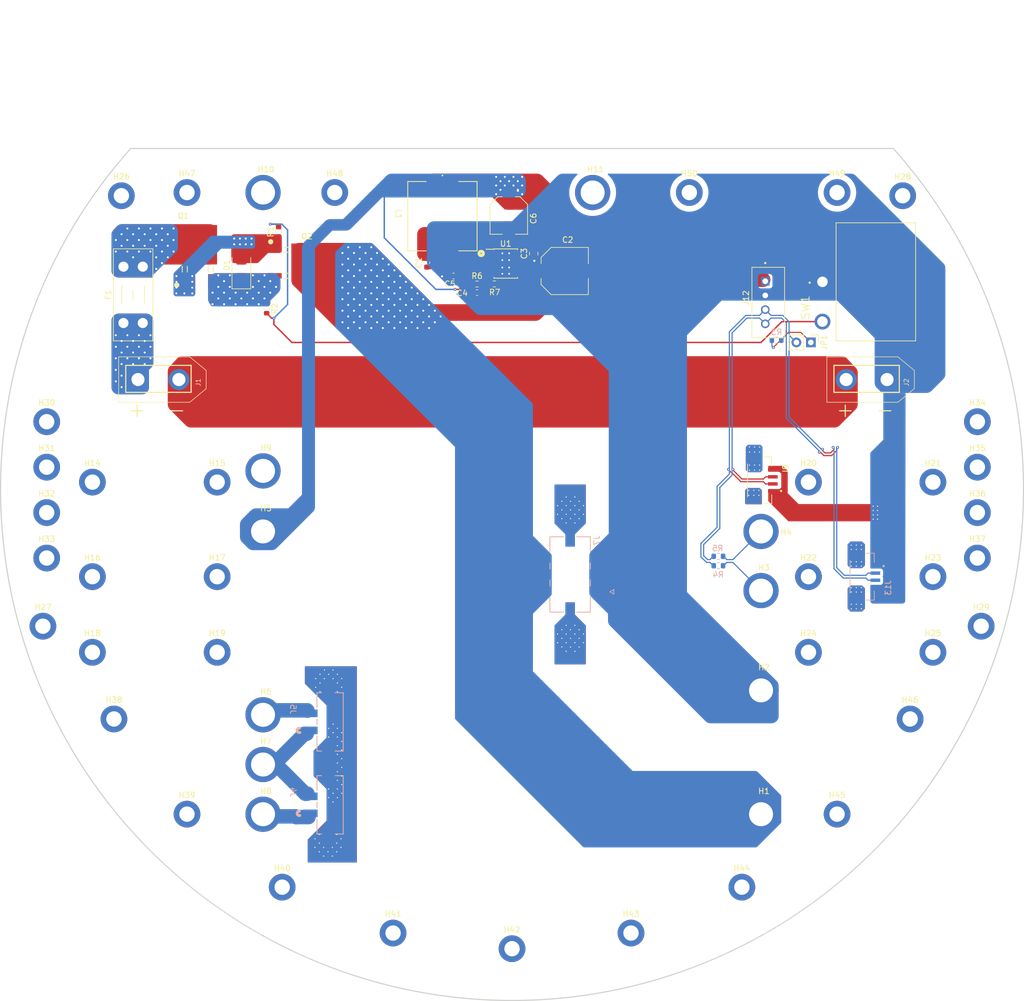
<source format=kicad_pcb>
(kicad_pcb (version 20221018) (generator pcbnew)
  (layers (0 "F.Cu" signal) (31 "B.Cu" signal) (34 "B.Paste" user) (35 "F.Paste" user) (36 "B.SilkS" user "B.Silkscreen") (37 "F.SilkS" user "F.Silkscreen") (38 "B.Mask" user) (39 "F.Mask" user) (44 "Edge.Cuts" user))
  (net 0 "")
  (net 1 "GND")
  (net 2 "/Power Input/VBAT")
  (net 3 "/Power Input/BAT_MID")
  (net 4 "VCC")
  (net 5 "/Power Input/VCC_MID")
  (net 6 "/Power Input/VGATE")
  (net 7 "/Power Input/FUSE_VCC")
  (net 8 "/Power Input/SW")
  (net 9 "EXTRA")
  (net 10 "HV")
  (net 11 "CHICKER")
  (net 15 "/Power Board Connections/MP")
  (net 16 "CAN-")
  (net 17 "CAN+")
  (net 18 "/Power Board Connections/S1_PWR")
  (net 19 "/Power Board Connections/S2_PWR")
  (net 20 "/Motor Driver Connections/MP1_POWER")
  (net 21 "/Motor Driver Connections/MP2_POWER")
  (net 38 "/Motor Driver Connections/S1_MTR")
  (net 39 "/Motor Driver Connections/S2_MTR")
  (net 40 "/Power Board Connections/CANR-")
  (net 41 "/Power Board Connections/CANR+")
  (net 63 "+5V")
  (net 64 "/Power Input/BOOT")
  (net 65 "/Power Input/LM_OUT")
  (net 66 "/Power Input/FB")
  (net 67 "/Power Input/U1_VCC")
  (net 68 "Net-(JP1-A)")
  (footprint "Connector_PinHeader_2.54mm:PinHeader_1x02_P2.54mm_Vertical" (layer "F.Cu") (at 190.246 56.388 -90)
    (fp_text reference "JP1")
    (fp_text value "Jumper_2_Bridged")
  )
  (footprint "bots:XT60_12-14AWG_POWER" (layer "F.Cu") (at 75.449621 62.921321 180)
    (fp_text reference "J1")
    (fp_text value "XT60" hide)
  )
  (footprint "bots:SMTSO2515CTJ" (layer "F.Cu") (at 93.853 121.946)
    (fp_text reference "H6")
    (fp_text value "SMTSO2515CTJ" hide)
  )
  (footprint "bots:MountingHole_2.7mm_M2.5_DIN965_Pad" (layer "F.Cu") (at 168.864096 29.99486)
    (fp_text reference "H50")
    (fp_text value "MountingHoleM2.5NoThread" hide)
  )
  (footprint "bots:MountingHole_2.7mm_M2.5_DIN965_Pad" (layer "F.Cu") (at 207.71859 122.678005)
    (fp_text reference "H46")
    (fp_text value "MountingHoleM2.5NoThread" hide)
  )
  (footprint "bots:MountingHole_2.7mm_M2.5_DIN965_Pad" (layer "F.Cu") (at 55.785842 70.342142)
    (fp_text reference "H30")
    (fp_text value "MountingHoleM2.5NoThread" hide)
  )
  (footprint "bots:CAP_16SVPF180M" (layer "F.Cu") (at 137.103 34.036 -90)
    (fp_text reference "C6")
    (fp_text value "16SVPF180M")
  )
  (footprint "bots:MountingHole_2.7mm_M2.5_DIN965_Pad" (layer "F.Cu") (at 194.864067 139.430345)
    (fp_text reference "H45")
    (fp_text value "MountingHoleM2.5NoThread" hide)
  )
  (footprint "bots:SMTSO2515CTJ" (layer "F.Cu") (at 151.8539 29.99486)
    (fp_text reference "H11")
    (fp_text value "SMTSO2515CTJ" hide)
  )
  (footprint "bots:MountingHole_2.7mm_M2.5_DIN965_Pad" (layer "F.Cu") (at 85.779349 110.938702)
    (fp_text reference "H19")
    (fp_text value "MountingHoleM2.5NoThread" hide)
  )
  (footprint "bots:MountingHole_2.7mm_M2.5_DIN965_Pad" (layer "F.Cu") (at 85.779349 80.978719)
    (fp_text reference "H15")
    (fp_text value "MountingHoleM2.5NoThread" hide)
  )
  (footprint "bots:MountingHole_2.7mm_M2.5_DIN965_Pad" (layer "F.Cu") (at 189.827411 110.938702)
    (fp_text reference "H24")
    (fp_text value "MountingHoleM2.5NoThread" hide)
  )
  (footprint "bots:DPAK-3_ONS" (layer "F.Cu") (at 102.2985 42.36575 -90)
    (fp_text reference "Q2")
    (fp_text value "MCU60P04-TP")
  )
  (footprint "bots:MountingHole_2.7mm_M2.5_DIN965_Pad" (layer "F.Cu") (at 55.116132 106.342142)
    (fp_text reference "H27")
    (fp_text value "MountingHoleM2.5NoThread" hide)
  )
  (footprint "bots:JST_BM04B-GHS-TBT" (layer "F.Cu") (at 180.213 80.6704 -90)
    (fp_text reference "J9")
    (fp_text value "JST_BM04B-GHS-TBT")
  )
  (footprint "bots:C_0603_1608Metric" (layer "F.Cu") (at 122.682 42.3483 90)
    (fp_text reference "C1")
    (fp_text value "C_0.1u")
  )
  (footprint "bots:MountingHole_2.7mm_M2.5_DIN965_Pad" (layer "F.Cu") (at 219.550158 86.342142)
    (fp_text reference "H36")
    (fp_text value "MountingHoleM2.5NoThread" hide)
  )
  (footprint "bots:IND_CDRH127_LDNP-470MC_SUM" (layer "F.Cu") (at 125.419 34.163 -90)
    (fp_text reference "L1")
    (fp_text value "CDRH127/LDNP-220MC")
  )
  (footprint "bots:MountingHole_2.7mm_M2.5_DIN965_Pad" (layer "F.Cu") (at 220.219868 106.342142)
    (fp_text reference "H29")
    (fp_text value "MountingHoleM2.5NoThread" hide)
  )
  (footprint "bots:MountingHole_2.7mm_M2.5_DIN965_Pad" (layer "F.Cu") (at 206.410936 30.55828)
    (fp_text reference "H28")
    (fp_text value "MountingHoleM2.5NoThread" hide)
  )
  (footprint "bots:MountingHole_2.7mm_M2.5_DIN965_Pad" (layer "F.Cu") (at 158.603214 160.365559)
    (fp_text reference "H43")
    (fp_text value "MountingHoleM2.5NoThread" hide)
  )
  (footprint "bots:CAP_25SVPF100M" (layer "F.Cu") (at 146.939 43.815)
    (fp_text reference "C2")
    (fp_text value "25SVPF100M")
  )
  (footprint "bots:SMTSO2515CTJ" (layer "F.Cu") (at 93.853 29.99486)
    (fp_text reference "H10")
    (fp_text value "SMTSO2515CTJ" hide)
  )
  (footprint "bots:MountingHole_2.7mm_M2.5_DIN965_Pad" (layer "F.Cu") (at 194.864096 29.99486)
    (fp_text reference "H49")
    (fp_text value "MountingHoleM2.5NoThread" hide)
  )
  (footprint "bots:MountingHole_2.7mm_M2.5_DIN965_Pad" (layer "F.Cu") (at 189.827411 97.623566)
    (fp_text reference "H22")
    (fp_text value "MountingHoleM2.5NoThread" hide)
  )
  (footprint "bots:MountingHole_2.7mm_M2.5_DIN965_Pad" (layer "F.Cu") (at 55.785842 94.342142)
    (fp_text reference "H33")
    (fp_text value "MountingHoleM2.5NoThread" hide)
  )
  (footprint "bots:MountingHole_2.7mm_M2.5_DIN965_Pad" (layer "F.Cu") (at 219.550158 78.342142)
    (fp_text reference "H35")
    (fp_text value "MountingHoleM2.5NoThread" hide)
  )
  (footprint "bots:MountingHole_2.7mm_M2.5_DIN965_Pad" (layer "F.Cu") (at 219.550158 70.342142)
    (fp_text reference "H34")
    (fp_text value "MountingHoleM2.5NoThread" hide)
  )
  (footprint "bots:SMTSO2515CTJ" (layer "F.Cu") (at 181.483 139.446)
    (fp_text reference "H1")
    (fp_text value "SMTSO2515CTJ" hide)
  )
  (footprint "bots:XT60_12-14AWG_POWER" (layer "F.Cu") (at 200.061697 62.921321 180)
    (fp_text reference "J2")
    (fp_text value "XT60" hide)
  )
  (footprint "bots:MountingHole_2.7mm_M2.5_DIN965_Pad" (layer "F.Cu") (at 137.668 163.121732)
    (fp_text reference "H42")
    (fp_text value "MountingHoleM2.5NoThread" hide)
  )
  (footprint "bots:SW_RA1H1C112R" (layer "F.Cu") (at 192.2925 45.72 90)
    (fp_text reference "SW1")
    (fp_text value "RA1H1C112R")
  )
  (footprint "bots:SMTSO2515CTJ" (layer "F.Cu") (at 93.853 78.99908)
    (fp_text reference "H9")
    (fp_text value "SMTSO2515CTJ" hide)
  )
  (footprint "bots:C_0603_1608Metric" (layer "F.Cu") (at 127.368 44.704 180)
    (fp_text reference "C5")
    (fp_text value "2.2u")
  )
  (footprint "bots:MountingHole_2.7mm_M2.5_DIN965_Pad" (layer "F.Cu") (at 211.726333 97.623566)
    (fp_text reference "H23")
    (fp_text value "MountingHoleM2.5NoThread" hide)
  )
  (footprint "bots:D_SMA" (layer "F.Cu") (at 90.043 43.434 90)
    (fp_text reference "D1")
    (fp_text value "SMAZ12-13F")
  )
  (footprint "bots:DPAK-3_ONS" (layer "F.Cu") (at 82.37075 39.1885)
    (fp_text reference "Q1")
    (fp_text value "MCU60P04-TP")
  )
  (footprint "bots:SMTSO2515CTJ" (layer "F.Cu") (at 93.853 139.446)
    (fp_text reference "H8")
    (fp_text value "SMTSO2515CTJ" hide)
  )
  (footprint "bots:SMTSO2515CTJ" (layer "F.Cu") (at 93.853 130.696)
    (fp_text reference "H7")
    (fp_text value "SMTSO2515CTJ" hide)
  )
  (footprint "bots:MountingHole_2.7mm_M2.5_DIN965_Pad" (layer "F.Cu") (at 68.925065 30.55828)
    (fp_text reference "H26")
    (fp_text value "MountingHoleM2.5NoThread" hide)
  )
  (footprint "bots:MountingHole_2.7mm_M2.5_DIN965_Pad" (layer "F.Cu") (at 55.785842 86.342142)
    (fp_text reference "H32")
    (fp_text value "MountingHoleM2.5NoThread" hide)
  )
  (footprint "bots:R_0603_1608Metric" (layer "F.Cu") (at 94.488 50.419 -90)
    (fp_text reference "R2")
    (fp_text value "R_100k")
  )
  (footprint "bots:MountingHole_2.7mm_M2.5_DIN965_Pad" (layer "F.Cu") (at 97.224273 152.284868)
    (fp_text reference "H40")
    (fp_text value "MountingHoleM2.5NoThread" hide)
  )
  (footprint "bots:Fuseholder_Blade_Mini_Keystone_3568" (layer "F.Cu") (at 69.293 52.966 90)
    (fp_text reference "F1")
    (fp_text value "3568")
  )
  (footprint "bots:TI_SO-PowerPAD-8_ThermalVias" (layer "F.Cu") (at 136.56 42.4973)
    (fp_text reference "U1")
    (fp_text value "LMR23630AFDDAR")
  )
  (footprint "bots:C_0805_2012Metric" (layer "F.Cu") (at 141.478 40.7481 90)
    (fp_text reference "C3")
    (fp_text value "10u")
  )
  (footprint "bots:MountingHole_2.7mm_M2.5_DIN965_Pad" (layer "F.Cu") (at 85.779349 97.623566)
    (fp_text reference "H17")
    (fp_text value "MountingHoleM2.5NoThread" hide)
  )
  (footprint "bots:MountingHole_2.7mm_M2.5_DIN965_Pad" (layer "F.Cu") (at 80.471905 29.99486)
    (fp_text reference "H47")
    (fp_text value "MountingHoleM2.5NoThread" hide)
  )
  (footprint "bots:SMTSO2515CTJ" (layer "F.Cu") (at 181.483 100.076)
    (fp_text reference "H3")
    (fp_text value "SMTSO2515CTJ" hide)
  )
  (footprint "bots:R_0603_1608Metric" (layer "F.Cu") (at 131.509 46.1075)
    (fp_text reference "R6")
    (fp_text value "88.7k")
  )
  (footprint "bots:MountingHole_2.7mm_M2.5_DIN965_Pad" (layer "F.Cu") (at 63.829849 80.978719)
    (fp_text reference "H14")
    (fp_text value "MountingHoleM2.5NoThread" hide)
  )
  (footprint "bots:SMTSO2515CTJ" (layer "F.Cu") (at 181.483 89.662)
    (fp_text reference "H4")
    (fp_text value "SMTSO2515CTJ" hide)
  )
  (footprint "bots:MountingHole_2.7mm_M2.5_DIN965_Pad" (layer "F.Cu") (at 63.829849 110.938702)
    (fp_text reference "H18")
    (fp_text value "MountingHoleM2.5NoThread" hide)
  )
  (footprint "bots:C_0603_1608Metric" (layer "F.Cu") (at 131.515 47.6123)
    (fp_text reference "C4")
    (fp_text value "C_30p")
  )
  (footprint "bots:MountingHole_2.7mm_M2.5_DIN965_Pad" (layer "F.Cu") (at 211.726333 110.938702)
    (fp_text reference "H25")
    (fp_text value "MountingHoleM2.5NoThread" hide)
  )
  (footprint "bots:R_0603_1608Metric" (layer "F.Cu") (at 134.563 46.0883)
    (fp_text reference "R7")
    (fp_text value "22.1k")
  )
  (footprint "bots:MountingHole_2.7mm_M2.5_DIN965_Pad" (layer "F.Cu") (at 219.550158 94.342142)
    (fp_text reference "H37")
    (fp_text value "MountingHoleM2.5NoThread" hide)
  )
  (footprint "bots:MountingHole_2.7mm_M2.5_DIN965_Pad" (layer "F.Cu") (at 67.61741 122.678005)
    (fp_text reference "H38")
    (fp_text value "MountingHoleM2.5NoThread" hide)
  )
  (footprint "bots:MountingHole_2.7mm_M2.5_DIN965_Pad" (layer "F.Cu") (at 178.111727 152.284868)
    (fp_text reference "H44")
    (fp_text value "MountingHoleM2.5NoThread" hide)
  )
  (footprint "bots:R_0603_1608Metric" (layer "F.Cu") (at 96.5962 36.9062 90)
    (fp_text reference "R1")
    (fp_text value "R_100k")
  )
  (footprint "bots:MountingHole_2.7mm_M2.5_DIN965_Pad" (layer "F.Cu") (at 116.732786 160.365559)
    (fp_text reference "H41")
    (fp_text value "MountingHoleM2.5NoThread" hide)
  )
  (footprint "bots:MountingHole_2.7mm_M2.5_DIN965_Pad" (layer "F.Cu") (at 106.471905 29.99486)
    (fp_text reference "H48")
    (fp_text value "MountingHoleM2.5NoThread" hide)
  )
  (footprint "bots:MountingHole_2.7mm_M2.5_DIN965_Pad" (layer "F.Cu") (at 189.827411 80.978719)
    (fp_text reference "H20")
    (fp_text value "MountingHoleM2.5NoThread" hide)
  )
  (footprint "bots:MountingHole_2.7mm_M2.5_DIN965_Pad" (layer "F.Cu") (at 63.829849 97.623566)
    (fp_text reference "H16")
    (fp_text value "MountingHoleM2.5NoThread" hide)
  )
  (footprint "bots:MountingHole_2.7mm_M2.5_DIN965_Pad" (layer "F.Cu") (at 211.726333 80.978719)
    (fp_text reference "H21")
    (fp_text value "MountingHoleM2.5NoThread" hide)
  )
  (footprint "bots:JST_B4B-XH-A" (layer "F.Cu") (at 182.753 48.1095 -90)
    (fp_text reference "J12")
    (fp_text value "JST_B4B-XH-A")
  )
  (footprint "bots:MountingHole_2.7mm_M2.5_DIN965_Pad" (layer "F.Cu") (at 80.471933 139.430345)
    (fp_text reference "H39")
    (fp_text value "MountingHoleM2.5NoThread" hide)
  )
  (footprint "bots:SMTSO2515CTJ" (layer "F.Cu") (at 181.483 117.646)
    (fp_text reference "H2")
    (fp_text value "SMTSO2515CTJ" hide)
  )
  (footprint "bots:MountingHole_2.7mm_M2.5_DIN965_Pad" (layer "F.Cu") (at 55.785842 78.342142)
    (fp_text reference "H31")
    (fp_text value "MountingHoleM2.5NoThread" hide)
  )
  (footprint "bots:SMTSO2515CTJ" (layer "F.Cu") (at 93.853 89.662)
    (fp_text reference "H5")
    (fp_text value "SMTSO2515CTJ" hide)
  )
  (footprint "bots:R_0603_1608Metric" (layer "B.Cu") (at 173.979 94.0427)
    (fp_text reference "R4")
    (fp_text value "R_0OHM_JUMPER")
  )
  (footprint "bots:TE_2-1445053-2_2PIN" (layer "B.Cu") (at 102.1461 139.295 90)
    (fp_text reference "J4")
    (fp_text value "TE_2-1445053-2_2PIN")
  )
  (footprint "bots:R_0603_1608Metric" (layer "B.Cu") (at 173.979 95.6937 180)
    (fp_text reference "R5")
    (fp_text value "R_0OHM_JUMPER")
  )
  (footprint "bots:JST_BM04B-GHS-TBT" (layer "B.Cu") (at 198.253 97.623566 90)
    (fp_text reference "J13")
    (fp_text value "JST_BM04B-GHS-TBT")
  )
  (footprint "bots:R_0603_1608Metric" (layer "B.Cu") (at 184.214 56.007 180)
    (fp_text reference "R3")
    (fp_text value "R_110R")
  )
  (footprint "bots:TE_2-1445053-2_2PIN" (layer "B.Cu") (at 102.1461 124.69 90)
    (fp_text reference "J5")
    (fp_text value "TE_2-1445053-2_2PIN")
  )
  (footprint "bots:TE_1586842-6_6PIN" (layer "B.Cu") (at 152.58765 100.2345 -90)
    (fp_text reference "J7")
    (fp_text value "1586842-6")
  )
  (gr_arc (start 204.750039 22.234278) (mid 137.668 172.234278) (end 70.585961 22.234278) (stroke (width 0.2)) (layer "Edge.Cuts"))
  (gr_line (start 70.585961 22.234278) (end 204.750039 22.234278) (stroke (width 0.2)) (layer "Edge.Cuts"))
  (segment (start 125.4063 44.704) (end 125.349 44.7613) (width 0.381) (layer "F.Cu") (net 1))
  (segment (start 126.593 44.704) (end 125.4063 44.704) (width 0.381) (layer "F.Cu") (net 1))
  (via (at 201.2188 86.741) (size 0.5) (drill 0.2) (layers "F.Cu" "B.Cu") (net 1))
  (via (at 125.349 44.7613) (size 0.7) (drill 0.35) (layers "F.Cu" "B.Cu") (net 1))
  (via (at 201.2188 87.503) (size 0.5) (drill 0.2) (layers "F.Cu" "B.Cu") (net 1))
  (via (at 201.2188 85.979) (size 0.5) (drill 0.2) (layers "F.Cu" "B.Cu") (net 1))
  (via (at 201.9808 85.217) (size 0.5) (drill 0.2) (layers "F.Cu" "B.Cu") (net 1))
  (via (at 201.9808 85.979) (size 0.5) (drill 0.2) (layers "F.Cu" "B.Cu") (net 1))
  (via (at 201.2188 85.217) (size 0.5) (drill 0.2) (layers "F.Cu" "B.Cu") (net 1))
  (via (at 201.9808 86.741) (size 0.5) (drill 0.2) (layers "F.Cu" "B.Cu") (net 1))
  (via (at 201.9808 87.503) (size 0.5) (drill 0.2) (layers "F.Cu" "B.Cu") (net 1))
  (via (at 68.961 60.198) (size 0.7) (drill 0.35) (layers "F.Cu" "B.Cu") (net 2))
  (via (at 74.041 57.15) (size 0.7) (drill 0.35) (layers "F.Cu" "B.Cu") (net 2))
  (via (at 69.977 55.118) (size 0.7) (drill 0.35) (layers "F.Cu" "B.Cu") (net 2))
  (via (at 73.025 60.198) (size 0.7) (drill 0.35) (layers "F.Cu" "B.Cu") (net 2))
  (via (at 74.041 55.118) (size 0.7) (drill 0.35) (layers "F.Cu" "B.Cu") (net 2))
  (via (at 70.993 56.134) (size 0.7) (drill 0.35) (layers "F.Cu" "B.Cu") (net 2))
  (via (at 72.009 55.118) (size 0.7) (drill 0.35) (layers "F.Cu" "B.Cu") (net 2))
  (via (at 68.961 62.23) (size 0.7) (drill 0.35) (layers "F.Cu" "B.Cu") (net 2))
  (via (at 68.961 58.166) (size 0.7) (drill 0.35) (layers "F.Cu" "B.Cu") (net 2))
  (via (at 70.993 58.166) (size 0.7) (drill 0.35) (layers "F.Cu" "B.Cu") (net 2))
  (via (at 67.945 59.182) (size 0.7) (drill 0.35) (layers "F.Cu" "B.Cu") (net 2))
  (via (at 72.009 59.182) (size 0.7) (drill 0.35) (layers "F.Cu" "B.Cu") (net 2))
  (via (at 72.009 57.15) (size 0.7) (drill 0.35) (layers "F.Cu" "B.Cu") (net 2))
  (via (at 67.945 63.246) (size 0.7) (drill 0.35) (layers "F.Cu" "B.Cu") (net 2))
  (via (at 69.977 57.15) (size 0.7) (drill 0.35) (layers "F.Cu" "B.Cu") (net 2))
  (via (at 67.945 55.118) (size 0.7) (drill 0.35) (layers "F.Cu" "B.Cu") (net 2))
  (via (at 67.945 57.15) (size 0.7) (drill 0.35) (layers "F.Cu" "B.Cu") (net 2))
  (via (at 73.025 56.134) (size 0.7) (drill 0.35) (layers "F.Cu" "B.Cu") (net 2))
  (via (at 67.945 61.214) (size 0.7) (drill 0.35) (layers "F.Cu" "B.Cu") (net 2))
  (via (at 70.993 60.198) (size 0.7) (drill 0.35) (layers "F.Cu" "B.Cu") (net 2))
  (via (at 74.041 59.182) (size 0.7) (drill 0.35) (layers "F.Cu" "B.Cu") (net 2))
  (via (at 68.961 64.262) (size 0.7) (drill 0.35) (layers "F.Cu" "B.Cu") (net 2))
  (via (at 69.977 59.182) (size 0.7) (drill 0.35) (layers "F.Cu" "B.Cu") (net 2))
  (via (at 73.025 58.166) (size 0.7) (drill 0.35) (layers "F.Cu" "B.Cu") (net 2))
  (via (at 68.961 56.134) (size 0.7) (drill 0.35) (layers "F.Cu" "B.Cu") (net 2))
  (segment (start 139.26 44.4023) (end 142.8767 44.4023) (width 0.381) (layer "F.Cu") (net 4))
  (segment (start 142.8767 44.4023) (end 143.464 43.815) (width 0.381) (layer "F.Cu") (net 4))
  (via (at 121.031 49.784) (size 0.7) (drill 0.35) (layers "F.Cu" "B.Cu") (net 4))
  (via (at 117.983 46.736) (size 0.7) (drill 0.35) (layers "F.Cu" "B.Cu") (net 4))
  (via (at 111.887 50.8) (size 0.7) (drill 0.35) (layers "F.Cu" "B.Cu") (net 4))
  (via (at 123.063 51.816) (size 0.7) (drill 0.35) (layers "F.Cu" "B.Cu") (net 4))
  (via (at 111.887 46.736) (size 0.7) (drill 0.35) (layers "F.Cu" "B.Cu") (net 4))
  (via (at 115.951 52.832) (size 0.7) (drill 0.35) (layers "F.Cu" "B.Cu") (net 4))
  (via (at 124.079 50.8) (size 0.7) (drill 0.35) (layers "F.Cu" "B.Cu") (net 4))
  (via (at 116.967 45.72) (size 0.7) (drill 0.35) (layers "F.Cu" "B.Cu") (net 4))
  (via (at 113.919 44.704) (size 0.7) (drill 0.35) (layers "F.Cu" "B.Cu") (net 4))
  (via (at 120.015 50.8) (size 0.7) (drill 0.35) (layers "F.Cu" "B.Cu") (net 4))
  (via (at 115.951 44.704) (size 0.7) (drill 0.35) (layers "F.Cu" "B.Cu") (net 4))
  (via (at 109.855 40.64) (size 0.7) (drill 0.35) (layers "F.Cu" "B.Cu") (net 4))
  (via (at 114.935 49.784) (size 0.7) (drill 0.35) (layers "F.Cu" "B.Cu") (net 4))
  (via (at 114.935 51.816) (size 0.7) (drill 0.35) (layers "F.Cu" "B.Cu") (net 4))
  (via (at 110.871 53.848) (size 0.7) (drill 0.35) (layers "F.Cu" "B.Cu") (net 4))
  (via (at 114.935 47.752) (size 0.7) (drill 0.35) (layers "F.Cu" "B.Cu") (net 4))
  (via (at 118.999 49.784) (size 0.7) (drill 0.35) (layers "F.Cu" "B.Cu") (net 4))
  (via (at 112.903 39.624) (size 0.7) (drill 0.35) (layers "F.Cu" "B.Cu") (net 4))
  (via (at 115.951 50.8) (size 0.7) (drill 0.35) (layers "F.Cu" "B.Cu") (net 4))
  (via (at 118.999 51.816) (size 0.7) (drill 0.35) (layers "F.Cu" "B.Cu") (net 4))
  (via (at 111.887 40.64) (size 0.7) (drill 0.35) (layers "F.Cu" "B.Cu") (net 4))
  (via (at 110.871 51.816) (size 0.7) (drill 0.35) (layers "F.Cu" "B.Cu") (net 4))
  (via (at 112.903 45.72) (size 0.7) (drill 0.35) (layers "F.Cu" "B.Cu") (net 4))
  (via (at 123.063 53.848) (size 0.7) (drill 0.35) (layers "F.Cu" "B.Cu") (net 4))
  (via (at 107.823 42.672) (size 0.7) (drill 0.35) (layers "F.Cu" "B.Cu") (net 4))
  (via (at 114.935 45.72) (size 0.7) (drill 0.35) (layers "F.Cu" "B.Cu") (net 4))
  (via (at 115.951 48.768) (size 0.7) (drill 0.35) (layers "F.Cu" "B.Cu") (net 4))
  (via (at 117.983 52.832) (size 0.7) (drill 0.35) (layers "F.Cu" "B.Cu") (net 4))
  (via (at 111.887 42.672) (size 0.7) (drill 0.35) (layers "F.Cu" "B.Cu") (net 4))
  (via (at 109.855 46.736) (size 0.7) (drill 0.35) (layers "F.Cu" "B.Cu") (net 4))
  (via (at 121.031 47.752) (size 0.7) (drill 0.35) (layers "F.Cu" "B.Cu") (net 4))
  (via (at 116.967 53.848) (size 0.7) (drill 0.35) (layers "F.Cu" "B.Cu") (net 4))
  (via (at 112.903 49.784) (size 0.7) (drill 0.35) (layers "F.Cu" "B.Cu") (net 4))
  (via (at 108.839 47.752) (size 0.7) (drill 0.35) (layers "F.Cu" "B.Cu") (net 4))
  (via (at 116.967 47.752) (size 0.7) (drill 0.35) (layers "F.Cu" "B.Cu") (net 4))
  (via (at 108.839 49.784) (size 0.7) (drill 0.35) (layers "F.Cu" "B.Cu") (net 4))
  (via (at 111.887 44.704) (size 0.7) (drill 0.35) (layers "F.Cu" "B.Cu") (net 4))
  (via (at 108.839 43.688) (size 0.7) (drill 0.35) (layers "F.Cu" "B.Cu") (net 4))
  (via (at 112.903 41.656) (size 0.7) (drill 0.35) (layers "F.Cu" "B.Cu") (net 4))
  (via (at 118.999 45.72) (size 0.7) (drill 0.35) (layers "F.Cu" "B.Cu") (net 4))
  (via (at 109.855 42.672) (size 0.7) (drill 0.35) (layers "F.Cu" "B.Cu") (net 4))
  (via (at 110.871 41.656) (size 0.7) (drill 0.35) (layers "F.Cu" "B.Cu") (net 4))
  (via (at 115.951 42.672) (size 0.7) (drill 0.35) (layers "F.Cu" "B.Cu") (net 4))
  (via (at 122.047 50.8) (size 0.7) (drill 0.35) (layers "F.Cu" "B.Cu") (net 4))
  (via (at 112.903 51.816) (size 0.7) (drill 0.35) (layers "F.Cu" "B.Cu") (net 4))
  (via (at 107.823 44.704) (size 0.7) (drill 0.35) (layers "F.Cu" "B.Cu") (net 4))
  (via (at 108.839 39.624) (size 0.7) (drill 0.35) (layers "F.Cu" "B.Cu") (net 4))
  (via (at 109.855 48.768) (size 0.7) (drill 0.35) (layers "F.Cu" "B.Cu") (net 4))
  (via (at 110.871 43.688) (size 0.7) (drill 0.35) (layers "F.Cu" "B.Cu") (net 4))
  (via (at 114.935 53.848) (size 0.7) (drill 0.35) (layers "F.Cu" "B.Cu") (net 4))
  (via (at 122.047 52.832) (size 0.7) (drill 0.35) (layers "F.Cu" "B.Cu") (net 4))
  (via (at 113.919 42.672) (size 0.7) (drill 0.35) (layers "F.Cu" "B.Cu") (net 4))
  (via (at 108.839 45.72) (size 0.7) (drill 0.35) (layers "F.Cu" "B.Cu") (net 4))
  (via (at 113.919 52.832) (size 0.7) (drill 0.35) (layers "F.Cu" "B.Cu") (net 4))
  (via (at 108.839 51.816) (size 0.7) (drill 0.35) (layers "F.Cu" "B.Cu") (net 4))
  (via (at 107.823 46.736) (size 0.7) (drill 0.35) (layers "F.Cu" "B.Cu") (net 4))
  (via (at 123.063 49.784) (size 0.7) (drill 0.35) (layers "F.Cu" "B.Cu") (net 4))
  (via (at 115.951 46.736) (size 0.7) (drill 0.35) (layers "F.Cu" "B.Cu") (net 4))
  (via (at 120.015 52.832) (size 0.7) (drill 0.35) (layers "F.Cu" "B.Cu") (net 4))
  (via (at 110.871 39.624) (size 0.7) (drill 0.35) (layers "F.Cu" "B.Cu") (net 4))
  (via (at 112.903 43.688) (size 0.7) (drill 0.35) (layers "F.Cu" "B.Cu") (net 4))
  (via (at 120.015 46.736) (size 0.7) (drill 0.35) (layers "F.Cu" "B.Cu") (net 4))
  (via (at 120.015 48.768) (size 0.7) (drill 0.35) (layers "F.Cu" "B.Cu") (net 4))
  (via (at 118.999 47.752) (size 0.7) (drill 0.35) (layers "F.Cu" "B.Cu") (net 4))
  (via (at 108.839 53.848) (size 0.7) (drill 0.35) (layers "F.Cu" "B.Cu") (net 4))
  (via (at 112.903 47.752) (size 0.7) (drill 0.35) (layers "F.Cu" "B.Cu") (net 4))
  (via (at 109.855 50.8) (size 0.7) (drill 0.35) (layers "F.Cu" "B.Cu") (net 4))
  (via (at 107.823 50.8) (size 0.7) (drill 0.35) (layers "F.Cu" "B.Cu") (net 4))
  (via (at 113.919 40.64) (size 0.7) (drill 0.35) (layers "F.Cu" "B.Cu") (net 4))
  (via (at 109.855 44.704) (size 0.7) (drill 0.35) (layers "F.Cu" "B.Cu") (net 4))
  (via (at 109.855 52.832) (size 0.7) (drill 0.35) (layers "F.Cu" "B.Cu") (net 4))
  (via (at 111.887 52.832) (size 0.7) (drill 0.35) (layers "F.Cu" "B.Cu") (net 4))
  (via (at 108.839 41.656) (size 0.7) (drill 0.35) (layers "F.Cu" "B.Cu") (net 4))
  (via (at 121.031 53.848) (size 0.7) (drill 0.35) (layers "F.Cu" "B.Cu") (net 4))
  (via (at 113.919 50.8) (size 0.7) (drill 0.35) (layers "F.Cu" "B.Cu") (net 4))
  (via (at 110.871 49.784) (size 0.7) (drill 0.35) (layers "F.Cu" "B.Cu") (net 4))
  (via (at 125.095 51.816) (size 0.7) (drill 0.35) (layers "F.Cu" "B.Cu") (net 4))
  (via (at 111.887 48.768) (size 0.7) (drill 0.35) (layers "F.Cu" "B.Cu") (net 4))
  (via (at 113.919 46.736) (size 0.7) (drill 0.35) (layers "F.Cu" "B.Cu") (net 4))
  (via (at 107.823 52.832) (size 0.7) (drill 0.35) (layers "F.Cu" "B.Cu") (net 4))
  (via (at 114.935 41.656) (size 0.7) (drill 0.35) (layers "F.Cu" "B.Cu") (net 4))
  (via (at 116.967 43.688) (size 0.7) (drill 0.35) (layers "F.Cu" "B.Cu") (net 4))
  (via (at 116.967 49.784) (size 0.7) (drill 0.35) (layers "F.Cu" "B.Cu") (net 4))
  (via (at 110.871 47.752) (size 0.7) (drill 0.35) (layers "F.Cu" "B.Cu") (net 4))
  (via (at 114.935 43.688) (size 0.7) (drill 0.35) (layers "F.Cu" "B.Cu") (net 4))
  (via (at 116.967 51.816) (size 0.7) (drill 0.35) (layers "F.Cu" "B.Cu") (net 4))
  (via (at 107.823 40.64) (size 0.7) (drill 0.35) (layers "F.Cu" "B.Cu") (net 4))
  (via (at 118.999 53.848) (size 0.7) (drill 0.35) (layers "F.Cu" "B.Cu") (net 4))
  (via (at 112.903 53.848) (size 0.7) (drill 0.35) (layers "F.Cu" "B.Cu") (net 4))
  (via (at 113.919 48.768) (size 0.7) (drill 0.35) (layers "F.Cu" "B.Cu") (net 4))
  (via (at 118.999 53.848) (size 0.7) (drill 0.35) (layers "F.Cu" "B.Cu") (net 4))
  (via (at 121.031 51.816) (size 0.7) (drill 0.35) (layers "F.Cu" "B.Cu") (net 4))
  (via (at 117.983 48.768) (size 0.7) (drill 0.35) (layers "F.Cu" "B.Cu") (net 4))
  (via (at 117.983 44.704) (size 0.7) (drill 0.35) (layers "F.Cu" "B.Cu") (net 4))
  (via (at 124.079 52.832) (size 0.7) (drill 0.35) (layers "F.Cu" "B.Cu") (net 4))
  (via (at 107.823 48.768) (size 0.7) (drill 0.35) (layers "F.Cu" "B.Cu") (net 4))
  (via (at 122.047 48.768) (size 0.7) (drill 0.35) (layers "F.Cu" "B.Cu") (net 4))
  (via (at 117.983 50.8) (size 0.7) (drill 0.35) (layers "F.Cu" "B.Cu") (net 4))
  (via (at 110.871 45.72) (size 0.7) (drill 0.35) (layers "F.Cu" "B.Cu") (net 4))
  (via (at 89.027 47.625) (size 0.7) (drill 0.35) (layers "F.Cu" "B.Cu") (net 5))
  (via (at 84.963 47.625) (size 0.7) (drill 0.35) (layers "F.Cu" "B.Cu") (net 5))
  (via (at 95.123 45.593) (size 0.7) (drill 0.35) (layers "F.Cu" "B.Cu") (net 5))
  (via (at 88.011 46.609) (size 0.7) (drill 0.35) (layers "F.Cu" "B.Cu") (net 5))
  (via (at 85.979 48.641) (size 0.7) (drill 0.35) (layers "F.Cu" "B.Cu") (net 5))
  (via (at 86.995 47.625) (size 0.7) (drill 0.35) (layers "F.Cu" "B.Cu") (net 5))
  (via (at 95.123 47.625) (size 0.7) (drill 0.35) (layers "F.Cu" "B.Cu") (net 5))
  (via (at 94.107 46.609) (size 0.7) (drill 0.35) (layers "F.Cu" "B.Cu") (net 5))
  (via (at 92.075 46.609) (size 0.7) (drill 0.35) (layers "F.Cu" "B.Cu") (net 5))
  (via (at 86.995 49.657) (size 0.7) (drill 0.35) (layers "F.Cu" "B.Cu") (net 5))
  (via (at 91.059 47.625) (size 0.7) (drill 0.35) (layers "F.Cu" "B.Cu") (net 5))
  (via (at 88.011 48.641) (size 0.7) (drill 0.35) (layers "F.Cu" "B.Cu") (net 5))
  (via (at 88.011 44.577) (size 0.7) (drill 0.35) (layers "F.Cu" "B.Cu") (net 5))
  (via (at 94.107 44.577) (size 0.7) (drill 0.35) (layers "F.Cu" "B.Cu") (net 5))
  (via (at 90.043 48.641) (size 0.7) (drill 0.35) (layers "F.Cu" "B.Cu") (net 5))
  (via (at 94.107 48.641) (size 0.7) (drill 0.35) (layers "F.Cu" "B.Cu") (net 5))
  (via (at 92.075 48.641) (size 0.7) (drill 0.35) (layers "F.Cu" "B.Cu") (net 5))
  (via (at 85.979 44.577) (size 0.7) (drill 0.35) (layers "F.Cu" "B.Cu") (net 5))
  (via (at 93.091 45.593) (size 0.7) (drill 0.35) (layers "F.Cu" "B.Cu") (net 5))
  (via (at 92.075 44.577) (size 0.7) (drill 0.35) (layers "F.Cu" "B.Cu") (net 5))
  (via (at 93.091 47.625) (size 0.7) (drill 0.35) (layers "F.Cu" "B.Cu") (net 5))
  (via (at 86.995 45.593) (size 0.7) (drill 0.35) (layers "F.Cu" "B.Cu") (net 5))
  (via (at 93.091 49.657) (size 0.7) (drill 0.35) (layers "F.Cu" "B.Cu") (net 5))
  (via (at 89.027 49.657) (size 0.7) (drill 0.35) (layers "F.Cu" "B.Cu") (net 5))
  (via (at 84.963 49.657) (size 0.7) (drill 0.35) (layers "F.Cu" "B.Cu") (net 5))
  (via (at 91.059 49.657) (size 0.7) (drill 0.35) (layers "F.Cu" "B.Cu") (net 5))
  (via (at 96.139 46.609) (size 0.7) (drill 0.35) (layers "F.Cu" "B.Cu") (net 5))
  (via (at 85.979 46.609) (size 0.7) (drill 0.35) (layers "F.Cu" "B.Cu") (net 5))
  (via (at 88.773 38.1) (size 0.7) (drill 0.35) (layers "F.Cu" "B.Cu") (net 6))
  (via (at 89.789 38.1) (size 0.7) (drill 0.35) (layers "F.Cu" "B.Cu") (net 6))
  (via (at 90.805 39.116) (size 0.7) (drill 0.35) (layers "F.Cu" "B.Cu") (net 6))
  (via (at 78.613 45.72) (size 0.7) (drill 0.35) (layers "F.Cu" "B.Cu") (net 6))
  (via (at 80.01 47.752) (size 0.7) (drill 0.35) (layers "F.Cu" "B.Cu") (net 6))
  (via (at 90.805 38.1) (size 0.7) (drill 0.35) (layers "F.Cu" "B.Cu") (net 6))
  (via (at 78.613 44.704) (size 0.7) (drill 0.35) (layers "F.Cu" "B.Cu") (net 6))
  (via (at 81.407 46.736) (size 0.7) (drill 0.35) (layers "F.Cu" "B.Cu") (net 6))
  (via (at 89.789 39.116) (size 0.7) (drill 0.35) (layers "F.Cu" "B.Cu") (net 6))
  (via (at 88.773 39.116) (size 0.7) (drill 0.35) (layers "F.Cu" "B.Cu") (net 6))
  (via (at 78.613 47.752) (size 0.7) (drill 0.35) (layers "F.Cu" "B.Cu") (net 6))
  (via (at 91.821 39.116) (size 0.7) (drill 0.35) (layers "F.Cu" "B.Cu") (net 6))
  (via (at 81.407 47.752) (size 0.7) (drill 0.35) (layers "F.Cu" "B.Cu") (net 6))
  (via (at 81.407 44.704) (size 0.7) (drill 0.35) (layers "F.Cu" "B.Cu") (net 6))
  (via (at 78.613 46.736) (size 0.7) (drill 0.35) (layers "F.Cu" "B.Cu") (net 6))
  (via (at 91.821 38.1) (size 0.7) (drill 0.35) (layers "F.Cu" "B.Cu") (net 6))
  (via (at 81.407 45.72) (size 0.7) (drill 0.35) (layers "F.Cu" "B.Cu") (net 6))
  (via (at 69.977 38.354) (size 0.7) (drill 0.35) (layers "F.Cu" "B.Cu") (net 7))
  (via (at 67.945 38.354) (size 0.7) (drill 0.35) (layers "F.Cu" "B.Cu") (net 7))
  (via (at 67.945 40.386) (size 0.7) (drill 0.35) (layers "F.Cu" "B.Cu") (net 7))
  (via (at 72.009 38.354) (size 0.7) (drill 0.35) (layers "F.Cu" "B.Cu") (net 7))
  (via (at 74.041 40.386) (size 0.7) (drill 0.35) (layers "F.Cu" "B.Cu") (net 7))
  (via (at 73.025 39.37) (size 0.7) (drill 0.35) (layers "F.Cu" "B.Cu") (net 7))
  (via (at 75.057 39.37) (size 0.7) (drill 0.35) (layers "F.Cu" "B.Cu") (net 7))
  (via (at 68.961 39.37) (size 0.7) (drill 0.35) (layers "F.Cu" "B.Cu") (net 7))
  (via (at 74.041 36.322) (size 0.7) (drill 0.35) (layers "F.Cu" "B.Cu") (net 7))
  (via (at 68.961 37.338) (size 0.7) (drill 0.35) (layers "F.Cu" "B.Cu") (net 7))
  (via (at 78.105 40.386) (size 0.7) (drill 0.35) (layers "F.Cu" "B.Cu") (net 7))
  (via (at 70.993 41.402) (size 0.7) (drill 0.35) (layers "F.Cu" "B.Cu") (net 7))
  (via (at 78.105 38.354) (size 0.7) (drill 0.35) (layers "F.Cu" "B.Cu") (net 7))
  (via (at 70.993 37.338) (size 0.7) (drill 0.35) (layers "F.Cu" "B.Cu") (net 7))
  (via (at 69.977 36.322) (size 0.7) (drill 0.35) (layers "F.Cu" "B.Cu") (net 7))
  (via (at 70.993 39.37) (size 0.7) (drill 0.35) (layers "F.Cu" "B.Cu") (net 7))
  (via (at 69.977 40.386) (size 0.7) (drill 0.35) (layers "F.Cu" "B.Cu") (net 7))
  (via (at 77.089 41.402) (size 0.7) (drill 0.35) (layers "F.Cu" "B.Cu") (net 7))
  (via (at 75.057 41.402) (size 0.7) (drill 0.35) (layers "F.Cu" "B.Cu") (net 7))
  (via (at 72.009 40.386) (size 0.7) (drill 0.35) (layers "F.Cu" "B.Cu") (net 7))
  (via (at 78.105 36.322) (size 0.7) (drill 0.35) (layers "F.Cu" "B.Cu") (net 7))
  (via (at 74.041 38.354) (size 0.7) (drill 0.35) (layers "F.Cu" "B.Cu") (net 7))
  (via (at 76.073 42.418) (size 0.7) (drill 0.35) (layers "F.Cu" "B.Cu") (net 7))
  (via (at 76.073 38.354) (size 0.7) (drill 0.35) (layers "F.Cu" "B.Cu") (net 7))
  (via (at 76.073 40.386) (size 0.7) (drill 0.35) (layers "F.Cu" "B.Cu") (net 7))
  (via (at 77.089 39.37) (size 0.7) (drill 0.35) (layers "F.Cu" "B.Cu") (net 7))
  (via (at 75.057 43.434) (size 0.7) (drill 0.35) (layers "F.Cu" "B.Cu") (net 7))
  (via (at 77.089 37.338) (size 0.7) (drill 0.35) (layers "F.Cu" "B.Cu") (net 7))
  (via (at 72.009 36.322) (size 0.7) (drill 0.35) (layers "F.Cu" "B.Cu") (net 7))
  (via (at 75.057 37.338) (size 0.7) (drill 0.35) (layers "F.Cu" "B.Cu") (net 7))
  (via (at 76.073 36.322) (size 0.7) (drill 0.35) (layers "F.Cu" "B.Cu") (net 7))
  (via (at 73.025 37.338) (size 0.7) (drill 0.35) (layers "F.Cu" "B.Cu") (net 7))
  (segment (start 96.075 35.56) (end 96.5962 36.0812) (width 0.254) (layer "F.Cu") (net 8))
  (segment (start 181.483 56.388) (end 185.151 52.72) (width 0.254) (layer "F.Cu") (net 8))
  (segment (start 98.933 56.388) (end 181.483 56.388) (width 0.254) (layer "F.Cu") (net 8))
  (segment (start 95.123 35.56) (end 96.075 35.56) (width 0.254) (layer "F.Cu") (net 8))
  (segment (start 95.3648 52.1208) (end 94.488 51.244) (width 0.254) (layer "F.Cu") (net 8))
  (segment (start 95.758 53.213) (end 98.933 56.388) (width 0.254) (layer "F.Cu") (net 8))
  (segment (start 95.758 52.1208) (end 95.758 53.213) (width 0.254) (layer "F.Cu") (net 8))
  (segment (start 185.151 52.72) (end 192.2925 52.72) (width 0.254) (layer "F.Cu") (net 8))
  (segment (start 95.758 52.1208) (end 95.3648 52.1208) (width 0.254) (layer "F.Cu") (net 8))
  (via (at 95.758 52.1208) (size 0.5) (drill 0.2) (layers "F.Cu" "B.Cu") (net 8))
  (via (at 95.123 35.56) (size 0.5) (drill 0.2) (layers "F.Cu" "B.Cu") (net 8))
  (segment (start 95.123 35.56) (end 97.155 35.56) (width 0.254) (layer "B.Cu") (net 8))
  (segment (start 97.155 35.56) (end 98.171 36.576) (width 0.254) (layer "B.Cu") (net 8))
  (segment (start 98.171 36.576) (end 98.171 49.7078) (width 0.254) (layer "B.Cu") (net 8))
  (segment (start 98.171 49.7078) (end 95.758 52.1208) (width 0.254) (layer "B.Cu") (net 8))
  (segment (start 94.641 121.158) (end 101.614099 121.158) (width 2.54) (layer "B.Cu") (net 9))
  (segment (start 93.853 121.946) (end 94.641 121.158) (width 2.54) (layer "B.Cu") (net 9))
  (segment (start 101.614099 121.158) (end 101.678999 121.2229) (width 2.54) (layer "B.Cu") (net 9))
  (segment (start 101.1541 125.2869) (end 101.5492 125.2869) (width 2.54) (layer "B.Cu") (net 10))
  (segment (start 101.2839 135.8279) (end 101.678999 135.8279) (width 2.54) (layer "B.Cu") (net 10))
  (segment (start 93.853 130.696) (end 95.745 130.696) (width 2.54) (layer "B.Cu") (net 10))
  (segment (start 93.853 130.696) (end 96.152 130.696) (width 2.54) (layer "B.Cu") (net 10))
  (segment (start 96.152 130.696) (end 101.2839 135.8279) (width 2.54) (layer "B.Cu") (net 10))
  (segment (start 95.745 130.696) (end 101.1541 125.2869) (width 2.54) (layer "B.Cu") (net 10))
  (segment (start 93.853 139.446) (end 94.234 139.827) (width 2.54) (layer "B.Cu") (net 11))
  (segment (start 99.662636 139.954) (end 101.854 139.954) (width 2.54) (layer "B.Cu") (net 11))
  (segment (start 94.234 139.827) (end 99.535636 139.827) (width 2.54) (layer "B.Cu") (net 11))
  (segment (start 99.535636 139.827) (end 99.662636 139.954) (width 2.54) (layer "B.Cu") (net 11))
  (via (at 103.124 115.57) (size 0.5) (drill 0.2) (layers "F.Cu" "B.Cu") (net 15))
  (via (at 103.886 116.332) (size 0.5) (drill 0.2) (layers "F.Cu" "B.Cu") (net 15))
  (via (at 104.521 146.812) (size 0.5) (drill 0.2) (layers "F.Cu" "B.Cu") (net 15))
  (via (at 106.934 133.477) (size 0.5) (drill 0.2) (layers "F.Cu" "B.Cu") (net 15))
  (via (at 107.569 145.288) (size 0.5) (drill 0.2) (layers "F.Cu" "B.Cu") (net 15))
  (via (at 107.696 135.763) (size 0.5) (drill 0.2) (layers "F.Cu" "B.Cu") (net 15))
  (via (at 104.521 145.288) (size 0.5) (drill 0.2) (layers "F.Cu" "B.Cu") (net 15))
  (via (at 106.934 124.333) (size 0.5) (drill 0.2) (layers "F.Cu" "B.Cu") (net 15))
  (via (at 106.807 144.526) (size 0.5) (drill 0.2) (layers "F.Cu" "B.Cu") (net 15))
  (via (at 107.696 117.094) (size 0.5) (drill 0.2) (layers "F.Cu" "B.Cu") (net 15))
  (via (at 106.172 123.571) (size 0.5) (drill 0.2) (layers "F.Cu" "B.Cu") (net 15))
  (via (at 106.045 146.812) (size 0.5) (drill 0.2) (layers "F.Cu" "B.Cu") (net 15))
  (via (at 107.696 132.715) (size 0.5) (drill 0.2) (layers "F.Cu" "B.Cu") (net 15))
  (via (at 103.886 114.808) (size 0.5) (drill 0.2) (layers "F.Cu" "B.Cu") (net 15))
  (via (at 107.696 126.619) (size 0.5) (drill 0.2) (layers "F.Cu" "B.Cu") (net 15))
  (via (at 104.648 115.57) (size 0.5) (drill 0.2) (layers "F.Cu" "B.Cu") (net 15))
  (via (at 106.934 127.381) (size 0.5) (drill 0.2) (layers "F.Cu" "B.Cu") (net 15))
  (via (at 107.696 129.667) (size 0.5) (drill 0.2) (layers "F.Cu" "B.Cu") (net 15))
  (via (at 103.759 144.526) (size 0.5) (drill 0.2) (layers "F.Cu" "B.Cu") (net 15))
  (via (at 106.934 135.001) (size 0.5) (drill 0.2) (layers "F.Cu" "B.Cu") (net 15))
  (via (at 107.696 115.57) (size 0.5) (drill 0.2) (layers "F.Cu" "B.Cu") (net 15))
  (via (at 105.41 114.808) (size 0.5) (drill 0.2) (layers "F.Cu" "B.Cu") (net 15))
  (via (at 103.124 117.094) (size 0.5) (drill 0.2) (layers "F.Cu" "B.Cu") (net 15))
  (via (at 106.934 116.332) (size 0.5) (drill 0.2) (layers "F.Cu" "B.Cu") (net 15))
  (via (at 102.997 145.288) (size 0.5) (drill 0.2) (layers "F.Cu" "B.Cu") (net 15))
  (via (at 106.172 125.095) (size 0.5) (drill 0.2) (layers "F.Cu" "B.Cu") (net 15))
  (via (at 105.41 125.857) (size 0.5) (drill 0.2) (layers "F.Cu" "B.Cu") (net 15))
  (via (at 103.886 117.856) (size 0.5) (drill 0.2) (layers "F.Cu" "B.Cu") (net 15))
  (via (at 107.696 134.239) (size 0.5) (drill 0.2) (layers "F.Cu" "B.Cu") (net 15))
  (via (at 106.172 114.046) (size 0.5) (drill 0.2) (layers "F.Cu" "B.Cu") (net 15))
  (via (at 106.934 136.525) (size 0.5) (drill 0.2) (layers "F.Cu" "B.Cu") (net 15))
  (via (at 106.934 130.429) (size 0.5) (drill 0.2) (layers "F.Cu" "B.Cu") (net 15))
  (via (at 105.41 135.001) (size 0.5) (drill 0.2) (layers "F.Cu" "B.Cu") (net 15))
  (via (at 105.41 136.525) (size 0.5) (drill 0.2) (layers "F.Cu" "B.Cu") (net 15))
  (via (at 106.172 137.287) (size 0.5) (drill 0.2) (layers "F.Cu" "B.Cu") (net 15))
  (via (at 106.934 128.905) (size 0.5) (drill 0.2) (layers "F.Cu" "B.Cu") (net 15))
  (via (at 106.172 115.57) (size 0.5) (drill 0.2) (layers "F.Cu" "B.Cu") (net 15))
  (via (at 107.696 131.191) (size 0.5) (drill 0.2) (layers "F.Cu" "B.Cu") (net 15))
  (via (at 106.934 114.808) (size 0.5) (drill 0.2) (layers "F.Cu" "B.Cu") (net 15))
  (via (at 106.807 143.002) (size 0.5) (drill 0.2) (layers "F.Cu" "B.Cu") (net 15))
  (via (at 103.759 143.002) (size 0.5) (drill 0.2) (layers "F.Cu" "B.Cu") (net 15))
  (via (at 107.696 125.095) (size 0.5) (drill 0.2) (layers "F.Cu" "B.Cu") (net 15))
  (via (at 105.283 146.05) (size 0.5) (drill 0.2) (layers "F.Cu" "B.Cu") (net 15))
  (via (at 106.934 131.953) (size 0.5) (drill 0.2) (layers "F.Cu" "B.Cu") (net 15))
  (via (at 106.172 135.763) (size 0.5) (drill 0.2) (layers "F.Cu" "B.Cu") (net 15))
  (via (at 106.934 125.857) (size 0.5) (drill 0.2) (layers "F.Cu" "B.Cu") (net 15))
  (via (at 106.807 146.05) (size 0.5) (drill 0.2) (layers "F.Cu" "B.Cu") (net 15))
  (via (at 104.648 114.046) (size 0.5) (drill 0.2) (layers "F.Cu" "B.Cu") (net 15))
  (via (at 102.997 143.764) (size 0.5) (drill 0.2) (layers "F.Cu" "B.Cu") (net 15))
  (via (at 106.045 145.288) (size 0.5) (drill 0.2) (layers "F.Cu" "B.Cu") (net 15))
  (via (at 103.759 146.05) (size 0.5) (drill 0.2) (layers "F.Cu" "B.Cu") (net 15))
  (via (at 106.934 117.856) (size 0.5) (drill 0.2) (layers "F.Cu" "B.Cu") (net 15))
  (via (at 107.696 128.143) (size 0.5) (drill 0.2) (layers "F.Cu" "B.Cu") (net 15))
  (via (at 105.41 124.333) (size 0.5) (drill 0.2) (layers "F.Cu" "B.Cu") (net 15))
  (via (at 107.569 143.764) (size 0.5) (drill 0.2) (layers "F.Cu" "B.Cu") (net 15))
  (segment (start 175.7593 78.74) (end 175.9387 78.9194) (width 0.2) (layer "F.Cu") (net 16))
  (segment (start 181.902699 80.9101) (end 182.287999 81.2954) (width 0.2) (layer "F.Cu") (net 16))
  (segment (start 193.702712 75.8333) (end 192.734596 75.8333) (width 0.2) (layer "F.Cu") (net 16))
  (segment (start 194.3243 75.211712) (end 193.702712 75.8333) (width 0.2) (layer "F.Cu") (net 16))
  (segment (start 194.3243 75.024786) (end 194.3243 75.211712) (width 0.2) (layer "F.Cu") (net 16))
  (segment (start 192.28834 75.387044) (end 192.28834 75.174911) (width 0.2) (layer "F.Cu") (net 16))
  (segment (start 192.734596 75.8333) (end 192.28834 75.387044) (width 0.2) (layer "F.Cu") (net 16))
  (segment (start 176.290171 79.34) (end 176.3593 79.34) (width 0.2) (layer "F.Cu") (net 16))
  (segment (start 175.9387 78.988529) (end 176.290171 79.34) (width 0.2) (layer "F.Cu") (net 16))
  (segment (start 194.1743 74.874786) (end 194.3243 75.024786) (width 0.2) (layer "F.Cu") (net 16))
  (segment (start 182.287999 81.2954) (end 183.563 81.2954) (width 0.2) (layer "F.Cu") (net 16))
  (segment (start 175.9387 78.9194) (end 175.9387 78.988529) (width 0.2) (layer "F.Cu") (net 16))
  (segment (start 177.9294 80.9101) (end 181.902699 80.9101) (width 0.2) (layer "F.Cu") (net 16))
  (segment (start 176.3593 79.34) (end 177.9294 80.9101) (width 0.2) (layer "F.Cu") (net 16))
  (via (at 175.7593 78.74) (size 0.5) (drill 0.2) (layers "F.Cu" "B.Cu") (net 16))
  (via (at 194.1743 74.874786) (size 0.5) (drill 0.2) (layers "F.Cu" "B.Cu") (net 16))
  (via (at 192.28834 75.174911) (size 0.5) (drill 0.2) (layers "F.Cu" "B.Cu") (net 16))
  (segment (start 186.4217 54.412457) (end 186.415738 54.418419) (width 0.2) (layer "B.Cu") (net 16))
  (segment (start 186.415738 69.514442) (end 192.076207 75.174911) (width 0.2) (layer "B.Cu") (net 16))
  (segment (start 172.4932 95.1079) (end 171.883312 95.1079) (width 0.2) (layer "B.Cu") (net 16))
  (segment (start 195.949278 97.863266) (end 194.3243 96.238288) (width 0.2) (layer "B.Cu") (net 16))
  (segment (start 186.4217 52.732712) (end 186.4217 54.412457) (width 0.2) (layer "B.Cu") (net 16))
  (segment (start 170.9055 94.130088) (end 170.9055 91.772512) (width 0.2) (layer "B.Cu") (net 16))
  (segment (start 173.154 95.6937) (end 173.079 95.6937) (width 0.2) (layer "B.Cu") (net 16))
  (segment (start 181.2177 51.6198) (end 178.800212 51.6198) (width 0.2) (layer "B.Cu") (net 16))
  (segment (start 182.228 50.6095) (end 183.2383 51.6198) (width 0.2) (layer "B.Cu") (net 16))
  (segment (start 186.415738 54.418419) (end 186.415738 69.514442) (width 0.2) (layer "B.Cu") (net 16))
  (segment (start 194.3243 75.024786) (end 194.1743 74.874786) (width 0.2) (layer "B.Cu") (net 16))
  (segment (start 192.076207 75.174911) (end 192.28834 75.174911) (width 0.2) (layer "B.Cu") (net 16))
  (segment (start 200.327999 98.248566) (end 199.942699 97.863266) (width 0.2) (layer "B.Cu") (net 16))
  (segment (start 170.9055 91.772512) (end 173.7503 88.927712) (width 0.2) (layer "B.Cu") (net 16))
  (segment (start 186.4217 55.1087) (end 187.701 56.388) (width 0.2) (layer "B.Cu") (net 16))
  (segment (start 185.308788 51.6198) (end 186.4217 52.732712) (width 0.2) (layer "B.Cu") (net 16))
  (segment (start 175.9093 54.510712) (end 175.9093 78.59) (width 0.2) (layer "B.Cu") (net 16))
  (segment (start 194.3243 96.238288) (end 194.3243 75.024786) (width 0.2) (layer "B.Cu") (net 16))
  (segment (start 171.883312 95.1079) (end 170.9055 94.130088) (width 0.2) (layer "B.Cu") (net 16))
  (segment (start 201.603 98.248566) (end 200.327999 98.248566) (width 0.2) (layer "B.Cu") (net 16))
  (segment (start 173.079 95.6937) (end 172.4932 95.1079) (width 0.2) (layer "B.Cu") (net 16))
  (segment (start 199.942699 97.863266) (end 195.949278 97.863266) (width 0.2) (layer "B.Cu") (net 16))
  (segment (start 183.2383 51.6198) (end 185.308788 51.6198) (width 0.2) (layer "B.Cu") (net 16))
  (segment (start 173.7503 88.927712) (end 173.7503 81.714112) (width 0.2) (layer "B.Cu") (net 16))
  (segment (start 182.228 50.6095) (end 181.2177 51.6198) (width 0.2) (layer "B.Cu") (net 16))
  (segment (start 186.4217 54.412457) (end 186.4217 55.1087) (width 0.2) (layer "B.Cu") (net 16))
  (segment (start 175.9093 78.59) (end 175.7593 78.74) (width 0.2) (layer "B.Cu") (net 16))
  (segment (start 175.9093 78.89) (end 175.9093 79.555112) (width 0.2) (layer "B.Cu") (net 16))
  (segment (start 175.9093 79.555112) (end 173.7503 81.714112) (width 0.2) (layer "B.Cu") (net 16))
  (segment (start 175.7593 78.74) (end 175.9093 78.89) (width 0.2) (layer "B.Cu") (net 16))
  (segment (start 178.800212 51.6198) (end 175.9093 54.510712) (width 0.2) (layer "B.Cu") (net 16))
  (segment (start 176.5387 78.74) (end 176.5387 78.841426) (width 0.2) (layer "F.Cu") (net 17))
  (segment (start 194.8037 75.410288) (end 193.901288 76.3127) (width 0.2) (layer "F.Cu") (net 17))
  (segment (start 181.902699 80.4307) (end 182.287999 80.0454) (width 0.2) (layer "F.Cu") (net 17))
  (segment (start 191.949353 75.726031) (end 191.73722 75.726031) (width 0.2) (layer "F.Cu") (net 17))
  (segment (start 182.287999 80.0454) (end 183.563 80.0454) (width 0.2) (layer "F.Cu") (net 17))
  (segment (start 176.5387 78.841426) (end 178.127974 80.4307) (width 0.2) (layer "F.Cu") (net 17))
  (segment (start 192.536022 76.3127) (end 191.949353 75.726031) (width 0.2) (layer "F.Cu") (net 17))
  (segment (start 194.9537 74.874786) (end 194.8037 75.024786) (width 0.2) (layer "F.Cu") (net 17))
  (segment (start 193.901288 76.3127) (end 192.536022 76.3127) (width 0.2) (layer "F.Cu") (net 17))
  (segment (start 178.127974 80.4307) (end 181.902699 80.4307) (width 0.2) (layer "F.Cu") (net 17))
  (segment (start 194.8037 75.024786) (end 194.8037 75.410288) (width 0.2) (layer "F.Cu") (net 17))
  (via (at 191.73722 75.726031) (size 0.5) (drill 0.2) (layers "F.Cu" "B.Cu") (net 17))
  (via (at 194.9537 74.874786) (size 0.5) (drill 0.2) (layers "F.Cu" "B.Cu") (net 17))
  (via (at 176.5387 78.74) (size 0.5) (drill 0.2) (layers "F.Cu" "B.Cu") (net 17))
  (segment (start 201.603 96.998566) (end 200.327999 96.998566) (width 0.2) (layer "B.Cu") (net 17))
  (segment (start 185.936338 54.234962) (end 185.936338 54.483) (width 0.2) (layer "B.Cu") (net 17))
  (segment (start 185.936338 54.483) (end 185.936338 69.713016) (width 0.2) (layer "B.Cu") (net 17))
  (segment (start 191.73722 75.513898) (end 185.936338 69.713016) (width 0.2) (layer "B.Cu") (net 17))
  (segment (start 172.081888 94.6285) (end 171.3849 93.931512) (width 0.2) (layer "B.Cu") (net 17))
  (segment (start 176.3887 54.709288) (end 176.3887 78.59) (width 0.2) (layer "B.Cu") (net 17))
  (segment (start 191.73722 75.726031) (end 191.73722 75.513898) (width 0.2) (layer "B.Cu") (net 17))
  (segment (start 183.2383 52.0992) (end 185.110212 52.0992) (width 0.2) (layer "B.Cu") (net 17))
  (segment (start 176.3887 78.89) (end 176.3887 79.753688) (width 0.2) (layer "B.Cu") (net 17))
  (segment (start 185.110212 52.0992) (end 185.9423 52.931288) (width 0.2) (layer "B.Cu") (net 17))
  (segment (start 185.9423 52.931288) (end 185.9423 54.229) (width 0.2) (layer "B.Cu") (net 17))
  (segment (start 185.873338 55.172662) (end 185.039 56.007) (width 0.2) (layer "B.Cu") (net 17))
  (segment (start 173.154 94.0427) (end 173.079 94.0427) (width 0.2) (layer "B.Cu") (net 17))
  (segment (start 185.936338 55.172662) (end 185.873338 55.172662) (width 0.2) (layer "B.Cu") (net 17))
  (segment (start 173.079 94.0427) (end 172.4932 94.6285) (width 0.2) (layer "B.Cu") (net 17))
  (segment (start 172.4932 94.6285) (end 172.081888 94.6285) (width 0.2) (layer "B.Cu") (net 17))
  (segment (start 176.3887 79.753688) (end 174.2297 81.912688) (width 0.2) (layer "B.Cu") (net 17))
  (segment (start 200.327999 96.998566) (end 199.942699 97.383866) (width 0.2) (layer "B.Cu") (net 17))
  (segment (start 185.936338 54.483) (end 185.936338 55.172662) (width 0.2) (layer "B.Cu") (net 17))
  (segment (start 194.8037 96.039712) (end 194.8037 75.024786) (width 0.2) (layer "B.Cu") (net 17))
  (segment (start 171.3849 91.971088) (end 174.2297 89.126288) (width 0.2) (layer "B.Cu") (net 17))
  (segment (start 182.228 53.1095) (end 183.2383 52.0992) (width 0.2) (layer "B.Cu") (net 17))
  (segment (start 199.942699 97.383866) (end 196.147854 97.383866) (width 0.2) (layer "B.Cu") (net 17))
  (segment (start 176.3887 78.59) (end 176.5387 78.74) (width 0.2) (layer "B.Cu") (net 17))
  (segment (start 178.998788 52.0992) (end 176.3887 54.709288) (width 0.2) (layer "B.Cu") (net 17))
  (segment (start 171.3849 93.931512) (end 171.3849 91.971088) (width 0.2) (layer "B.Cu") (net 17))
  (segment (start 194.8037 75.024786) (end 194.9537 74.874786) (width 0.2) (layer "B.Cu") (net 17))
  (segment (start 174.2297 89.126288) (end 174.2297 81.912688) (width 0.2) (layer "B.Cu") (net 17))
  (segment (start 182.228 53.1095) (end 181.2177 52.0992) (width 0.2) (layer "B.Cu") (net 17))
  (segment (start 181.2177 52.0992) (end 178.998788 52.0992) (width 0.2) (layer "B.Cu") (net 17))
  (segment (start 196.147854 97.383866) (end 194.8037 96.039712) (width 0.2) (layer "B.Cu") (net 17))
  (segment (start 176.5387 78.74) (end 176.3887 78.89) (width 0.2) (layer "B.Cu") (net 17))
  (segment (start 185.9423 54.229) (end 185.936338 54.234962) (width 0.2) (layer "B.Cu") (net 17))
  (via (at 180.34 74.803) (size 0.5) (drill 0.2) (layers "F.Cu" "B.Cu") (net 18))
  (via (at 180.34 77.978) (size 0.5) (drill 0.2) (layers "F.Cu" "B.Cu") (net 18))
  (via (at 179.451 78.867) (size 0.5) (drill 0.2) (layers "F.Cu" "B.Cu") (net 18))
  (via (at 180.34 78.867) (size 0.5) (drill 0.2) (layers "F.Cu" "B.Cu") (net 18))
  (via (at 179.451 74.803) (size 0.5) (drill 0.2) (layers "F.Cu" "B.Cu") (net 18))
  (via (at 181.229 77.978) (size 0.5) (drill 0.2) (layers "F.Cu" "B.Cu") (net 18))
  (via (at 181.229 75.692) (size 0.5) (drill 0.2) (layers "F.Cu" "B.Cu") (net 18))
  (via (at 181.229 78.867) (size 0.5) (drill 0.2) (layers "F.Cu" "B.Cu") (net 18))
  (via (at 179.451 75.692) (size 0.5) (drill 0.2) (layers "F.Cu" "B.Cu") (net 18))
  (via (at 180.34 75.692) (size 0.5) (drill 0.2) (layers "F.Cu" "B.Cu") (net 18))
  (via (at 179.451 77.978) (size 0.5) (drill 0.2) (layers "F.Cu" "B.Cu") (net 18))
  (via (at 181.229 74.803) (size 0.5) (drill 0.2) (layers "F.Cu" "B.Cu") (net 18))
  (via (at 181.102 82.423) (size 0.5) (drill 0.2) (layers "F.Cu" "B.Cu") (net 19))
  (via (at 179.324 83.312) (size 0.5) (drill 0.2) (layers "F.Cu" "B.Cu") (net 19))
  (via (at 181.102 83.312) (size 0.5) (drill 0.2) (layers "F.Cu" "B.Cu") (net 19))
  (via (at 180.213 82.423) (size 0.5) (drill 0.2) (layers "F.Cu" "B.Cu") (net 19))
  (via (at 180.213 83.312) (size 0.5) (drill 0.2) (layers "F.Cu" "B.Cu") (net 19))
  (via (at 179.324 82.423) (size 0.5) (drill 0.2) (layers "F.Cu" "B.Cu") (net 19))
  (via (at 146.431 85.8774) (size 0.5) (drill 0.2) (layers "F.Cu" "B.Cu") (net 20))
  (via (at 146.431 87.4014) (size 0.5) (drill 0.2) (layers "F.Cu" "B.Cu") (net 20))
  (via (at 147.193 88.1634) (size 0.5) (drill 0.2) (layers "F.Cu" "B.Cu") (net 20))
  (via (at 147.955 84.3534) (size 0.5) (drill 0.2) (layers "F.Cu" "B.Cu") (net 20))
  (via (at 146.431 84.3534) (size 0.5) (drill 0.2) (layers "F.Cu" "B.Cu") (net 20))
  (via (at 148.717 88.1634) (size 0.5) (drill 0.2) (layers "F.Cu" "B.Cu") (net 20))
  (via (at 148.717 86.6394) (size 0.5) (drill 0.2) (layers "F.Cu" "B.Cu") (net 20))
  (via (at 147.193 86.6394) (size 0.5) (drill 0.2) (layers "F.Cu" "B.Cu") (net 20))
  (via (at 150.241 85.1154) (size 0.5) (drill 0.2) (layers "F.Cu" "B.Cu") (net 20))
  (via (at 147.193 83.5914) (size 0.5) (drill 0.2) (layers "F.Cu" "B.Cu") (net 20))
  (via (at 148.717 83.5914) (size 0.5) (drill 0.2) (layers "F.Cu" "B.Cu") (net 20))
  (via (at 145.669 85.1154) (size 0.5) (drill 0.2) (layers "F.Cu" "B.Cu") (net 20))
  (via (at 149.479 87.4014) (size 0.5) (drill 0.2) (layers "F.Cu" "B.Cu") (net 20))
  (via (at 149.479 85.8774) (size 0.5) (drill 0.2) (layers "F.Cu" "B.Cu") (net 20))
  (via (at 145.669 86.6394) (size 0.5) (drill 0.2) (layers "F.Cu" "B.Cu") (net 20))
  (via (at 149.479 84.3534) (size 0.5) (drill 0.2) (layers "F.Cu" "B.Cu") (net 20))
  (via (at 150.241 86.6394) (size 0.5) (drill 0.2) (layers "F.Cu" "B.Cu") (net 20))
  (via (at 147.955 87.4014) (size 0.5) (drill 0.2) (layers "F.Cu" "B.Cu") (net 20))
  (via (at 147.955 85.8774) (size 0.5) (drill 0.2) (layers "F.Cu" "B.Cu") (net 20))
  (via (at 147.193 85.1154) (size 0.5) (drill 0.2) (layers "F.Cu" "B.Cu") (net 20))
  (via (at 148.717 85.1154) (size 0.5) (drill 0.2) (layers "F.Cu" "B.Cu") (net 20))
  (via (at 146.431 108.4834) (size 0.5) (drill 0.2) (layers "F.Cu" "B.Cu") (net 21))
  (via (at 146.431 110.0074) (size 0.5) (drill 0.2) (layers "F.Cu" "B.Cu") (net 21))
  (via (at 147.193 109.2454) (size 0.5) (drill 0.2) (layers "F.Cu" "B.Cu") (net 21))
  (via (at 147.193 107.7214) (size 0.5) (drill 0.2) (layers "F.Cu" "B.Cu") (net 21))
  (via (at 150.241 109.2454) (size 0.5) (drill 0.2) (layers "F.Cu" "B.Cu") (net 21))
  (via (at 150.241 107.7214) (size 0.5) (drill 0.2) (layers "F.Cu" "B.Cu") (net 21))
  (via (at 148.717 110.7694) (size 0.5) (drill 0.2) (layers "F.Cu" "B.Cu") (net 21))
  (via (at 146.431 106.9594) (size 0.5) (drill 0.2) (layers "F.Cu" "B.Cu") (net 21))
  (via (at 149.479 110.0074) (size 0.5) (drill 0.2) (layers "F.Cu" "B.Cu") (net 21))
  (via (at 147.955 110.0074) (size 0.5) (drill 0.2) (layers "F.Cu" "B.Cu") (net 21))
  (via (at 147.955 108.4834) (size 0.5) (drill 0.2) (layers "F.Cu" "B.Cu") (net 21))
  (via (at 147.193 106.1974) (size 0.5) (drill 0.2) (layers "F.Cu" "B.Cu") (net 21))
  (via (at 148.717 109.2454) (size 0.5) (drill 0.2) (layers "F.Cu" "B.Cu") (net 21))
  (via (at 149.479 108.4834) (size 0.5) (drill 0.2) (layers "F.Cu" "B.Cu") (net 21))
  (via (at 149.479 106.9594) (size 0.5) (drill 0.2) (layers "F.Cu" "B.Cu") (net 21))
  (via (at 145.669 109.2454) (size 0.5) (drill 0.2) (layers "F.Cu" "B.Cu") (net 21))
  (via (at 147.193 110.7694) (size 0.5) (drill 0.2) (layers "F.Cu" "B.Cu") (net 21))
  (via (at 147.955 106.9594) (size 0.5) (drill 0.2) (layers "F.Cu" "B.Cu") (net 21))
  (via (at 148.717 106.1974) (size 0.5) (drill 0.2) (layers "F.Cu" "B.Cu") (net 21))
  (via (at 148.717 107.7214) (size 0.5) (drill 0.2) (layers "F.Cu" "B.Cu") (net 21))
  (via (at 145.669 107.7214) (size 0.5) (drill 0.2) (layers "F.Cu" "B.Cu") (net 21))
  (via (at 199.136 102.489) (size 0.5) (drill 0.2) (layers "F.Cu" "B.Cu") (net 38))
  (via (at 197.358 103.251) (size 0.5) (drill 0.2) (layers "F.Cu" "B.Cu") (net 38))
  (via (at 198.247 99.568) (size 0.5) (drill 0.2) (layers "F.Cu" "B.Cu") (net 38))
  (via (at 199.136 99.568) (size 0.5) (drill 0.2) (layers "F.Cu" "B.Cu") (net 38))
  (via (at 198.247 100.33) (size 0.5) (drill 0.2) (layers "F.Cu" "B.Cu") (net 38))
  (via (at 199.136 103.251) (size 0.5) (drill 0.2) (layers "F.Cu" "B.Cu") (net 38))
  (via (at 198.247 103.251) (size 0.5) (drill 0.2) (layers "F.Cu" "B.Cu") (net 38))
  (via (at 198.247 102.489) (size 0.5) (drill 0.2) (layers "F.Cu" "B.Cu") (net 38))
  (via (at 199.136 100.33) (size 0.5) (drill 0.2) (layers "F.Cu" "B.Cu") (net 38))
  (via (at 197.358 102.489) (size 0.5) (drill 0.2) (layers "F.Cu" "B.Cu") (net 38))
  (via (at 197.358 99.568) (size 0.5) (drill 0.2) (layers "F.Cu" "B.Cu") (net 38))
  (via (at 197.358 100.33) (size 0.5) (drill 0.2) (layers "F.Cu" "B.Cu") (net 38))
  (via (at 198.247 92.075) (size 0.5) (drill 0.2) (layers "F.Cu" "B.Cu") (net 39))
  (via (at 198.247 94.996) (size 0.5) (drill 0.2) (layers "F.Cu" "B.Cu") (net 39))
  (via (at 199.136 92.075) (size 0.5) (drill 0.2) (layers "F.Cu" "B.Cu") (net 39))
  (via (at 198.247 95.758) (size 0.5) (drill 0.2) (layers "F.Cu" "B.Cu") (net 39))
  (via (at 197.358 92.075) (size 0.5) (drill 0.2) (layers "F.Cu" "B.Cu") (net 39))
  (via (at 199.136 92.837) (size 0.5) (drill 0.2) (layers "F.Cu" "B.Cu") (net 39))
  (via (at 197.358 95.758) (size 0.5) (drill 0.2) (layers "F.Cu" "B.Cu") (net 39))
  (via (at 199.136 94.996) (size 0.5) (drill 0.2) (layers "F.Cu" "B.Cu") (net 39))
  (via (at 197.358 92.837) (size 0.5) (drill 0.2) (layers "F.Cu" "B.Cu") (net 39))
  (via (at 198.247 92.837) (size 0.5) (drill 0.2) (layers "F.Cu" "B.Cu") (net 39))
  (via (at 199.136 95.758) (size 0.5) (drill 0.2) (layers "F.Cu" "B.Cu") (net 39))
  (via (at 197.358 94.996) (size 0.5) (drill 0.2) (layers "F.Cu" "B.Cu") (net 39))
  (segment (start 175.95792 95.1079) (end 175.95872 95.1087) (width 0.2) (layer "B.Cu") (net 40))
  (segment (start 174.879 95.6937) (end 175.4648 95.1079) (width 0.2) (layer "B.Cu") (net 40))
  (segment (start 174.804 95.6937) (end 174.879 95.6937) (width 0.2) (layer "B.Cu") (net 40))
  (segment (start 175.95872 95.1087) (end 176.5157 95.1087) (width 0.2) (layer "B.Cu") (net 40))
  (segment (start 175.4648 95.1079) (end 175.95792 95.1079) (width 0.2) (layer "B.Cu") (net 40))
  (segment (start 176.5157 95.1087) (end 181.483 100.076) (width 0.2) (layer "B.Cu") (net 40))
  (segment (start 176.141377 94.6285) (end 176.142177 94.6293) (width 0.2) (layer "B.Cu") (net 41))
  (segment (start 174.879 94.0427) (end 175.4648 94.6285) (width 0.2) (layer "B.Cu") (net 41))
  (segment (start 176.5157 94.6293) (end 181.483 89.662) (width 0.2) (layer "B.Cu") (net 41))
  (segment (start 175.4648 94.6285) (end 176.141377 94.6285) (width 0.2) (layer "B.Cu") (net 41))
  (segment (start 174.804 94.0427) (end 174.879 94.0427) (width 0.2) (layer "B.Cu") (net 41))
  (segment (start 176.142177 94.6293) (end 176.5157 94.6293) (width 0.2) (layer "B.Cu") (net 41))
  (segment (start 130.74 47.6123) (end 130.74 46.1383) (width 0.254) (layer "F.Cu") (net 63))
  (segment (start 129.7442 47.0473) (end 127.635 47.0473) (width 0.254) (layer "F.Cu") (net 63))
  (segment (start 130.684 46.1075) (end 129.7442 47.0473) (width 0.254) (layer "F.Cu") (net 63))
  (segment (start 130.74 46.1383) (end 130.69 46.0883) (width 0.254) (layer "F.Cu") (net 63))
  (via (at 135.636 29.5213) (size 0.7) (drill 0.35) (layers "F.Cu" "B.Cu") (net 63))
  (via (at 127.635 47.0473) (size 0.5) (drill 0.2) (layers "F.Cu" "B.Cu") (net 63))
  (via (at 134.874 27.2353) (size 0.7) (drill 0.35) (layers "F.Cu" "B.Cu") (net 63))
  (via (at 137.16 27.9973) (size 0.7) (drill 0.35) (layers "F.Cu" "B.Cu") (net 63))
  (via (at 139.446 28.7593) (size 0.7) (drill 0.35) (layers "F.Cu" "B.Cu") (net 63))
  (via (at 139.446 27.2353) (size 0.7) (drill 0.35) (layers "F.Cu" "B.Cu") (net 63))
  (via (at 136.398 27.2353) (size 0.7) (drill 0.35) (layers "F.Cu" "B.Cu") (net 63))
  (via (at 134.874 30.2833) (size 0.7) (drill 0.35) (layers "F.Cu" "B.Cu") (net 63))
  (via (at 138.684 27.9973) (size 0.7) (drill 0.35) (layers "F.Cu" "B.Cu") (net 63))
  (via (at 135.636 27.9973) (size 0.7) (drill 0.35) (layers "F.Cu" "B.Cu") (net 63))
  (via (at 138.684 29.5213) (size 0.7) (drill 0.35) (layers "F.Cu" "B.Cu") (net 63))
  (via (at 134.874 28.7593) (size 0.7) (drill 0.35) (layers "F.Cu" "B.Cu") (net 63))
  (via (at 137.922 28.7593) (size 0.7) (drill 0.35) (layers "F.Cu" "B.Cu") (net 63))
  (via (at 137.922 27.2353) (size 0.7) (drill 0.35) (layers "F.Cu" "B.Cu") (net 63))
  (via (at 139.446 30.2833) (size 0.7) (drill 0.35) (layers "F.Cu" "B.Cu") (net 63))
  (via (at 136.398 28.7593) (size 0.7) (drill 0.35) (layers "F.Cu" "B.Cu") (net 63))
  (segment (start 127.635 47.0473) (end 124.2633 47.0473) (width 0.254) (layer "B.Cu") (net 63))
  (segment (start 124.2633 47.0473) (end 115.189 37.973) (width 0.254) (layer "B.Cu") (net 63))
  (segment (start 115.189 37.973) (end 115.189 30.48) (width 0.254) (layer "B.Cu") (net 63))
  (segment (start 131.677 41.8623) (end 130.302 43.2373) (width 0.508) (layer "F.Cu") (net 64))
  (segment (start 130.302 43.2373) (end 122.796 43.2373) (width 0.508) (layer "F.Cu") (net 64))
  (segment (start 122.796 43.2373) (end 122.682 43.1233) (width 0.508) (layer "F.Cu") (net 64))
  (segment (start 133.86 41.8623) (end 131.677 41.8623) (width 0.508) (layer "F.Cu") (net 64))
  (segment (start 133.86 45.9663) (end 133.738 46.0883) (width 0.254) (layer "F.Cu") (net 66))
  (segment (start 132.34 47.5623) (end 132.29 47.6123) (width 0.254) (layer "F.Cu") (net 66))
  (segment (start 133.86 44.4023) (end 133.86 45.9663) (width 0.254) (layer "F.Cu") (net 66))
  (segment (start 132.34 46.0883) (end 133.738 46.0883) (width 0.254) (layer "F.Cu") (net 66))
  (segment (start 132.34 46.0883) (end 132.34 47.5623) (width 0.254) (layer "F.Cu") (net 66))
  (segment (start 133.86 43.1323) (end 132.44535 43.1323) (width 0.508) (layer "F.Cu") (net 67))
  (segment (start 132.44535 43.1323) (end 130.87365 44.704) (width 0.508) (layer "F.Cu") (net 67))
  (segment (start 130.87365 44.704) (end 128.143 44.704) (width 0.508) (layer "F.Cu") (net 67))
  (segment (start 186.309 54.61) (end 188.468 54.61) (width 0.1778) (layer "F.Cu") (net 68))
  (segment (start 188.468 54.61) (end 190.241 56.383) (width 0.1778) (layer "F.Cu") (net 68))
  (segment (start 190.241 56.383) (end 190.241 56.388) (width 0.1778) (layer "F.Cu") (net 68))
  (segment (start 183.642 57.277) (end 186.309 54.61) (width 0.1778) (layer "F.Cu") (net 68))
  (via (at 183.642 57.277) (size 0.5) (drill 0.2) (layers "F.Cu" "B.Cu") (net 68))
  (segment (start 183.389 57.024) (end 183.642 57.277) (width 0.1778) (layer "B.Cu") (net 68))
  (segment (start 183.389 56.007) (end 183.389 57.024) (width 0.1778) (layer "B.Cu") (net 68))
  (zone (net 4) (net_name "VCC") (layer "F.Cu") (name "VCC_POUR") (priority 12) (connect_pads yes (clearance 0)) (min_thickness 0.25) (fill yes (thermal_gap 0.5) (thermal_bridge_width 0.5) (smoothing fillet) (radius 1.27))
    (polygon (pts (xy 98.933 45.72) (xy 98.933 46.101) (xy 107.315 54.483) (xy 123.444 54.483) (xy 125.349 52.578) (xy 142.367 52.578) (xy 145.669 49.276) (xy 145.669 42.926) (xy 144.272 41.529) (xy 141.4145 41.529) (xy 138.557 41.529) (xy 138.557 42.164) (xy 140.716 42.164) (xy 141.351 42.799) (xy 141.351 47.244) (xy 138.938 49.657) (xy 123.825 49.657) (xy 113.03 38.862) (xy 98.933 38.862)))
  )
  (zone (net 6) (net_name "/Power Input/VGATE") (layer "F.Cu") (name "VGATE_POUR_TOP") (priority 9) (connect_pads yes (clearance 0.508)) (min_thickness 0.25) (fill yes (thermal_gap 0.5) (thermal_bridge_width 0.5) (smoothing fillet) (radius 0.508))
    (polygon (pts (xy 81.915 48.26) (xy 81.915 44.323) (xy 78.105 44.323) (xy 78.105 48.26)))
  )
  (zone (net 63) (net_name "+5V") (layer "F.Cu") (name "5VTOP") (priority 17) (connect_pads yes (clearance 0)) (min_thickness 0.25) (fill yes (thermal_gap 0.5) (thermal_bridge_width 0.5) (smoothing fillet) (radius 1.27))
    (polygon (pts (xy 122.498 26.67) (xy 122.498 30.6767) (xy 134.055 30.6767) (xy 136.398 33.02) (xy 145.415 33.02) (xy 149.098 36.703) (xy 155.320988 36.703) (xy 165.22906 46.610836) (xy 183.134 46.609) (xy 183.134 44.069) (xy 166.37 44.069) (xy 156.463993 34.163) (xy 150.114 34.163) (xy 142.621 26.67)))
  )
  (zone (net 6) (net_name "/Power Input/VGATE") (layer "F.Cu") (name "VGATE_MID_POUR") (priority 3) (connect_pads yes (clearance 0.508)) (min_thickness 0.25) (fill yes (thermal_gap 0.5) (thermal_bridge_width 0.5) (smoothing fillet) (radius 0.508))
    (polygon (pts (xy 97.155 37.338) (xy 88.265 37.338) (xy 88.265 42.418) (xy 92.964 42.418) (xy 94.742 40.64) (xy 97.155 40.64)))
  )
  (zone (net 3) (net_name "/Power Input/BAT_MID") (layer "F.Cu") (name "BAT_MID_POUR") (priority 1) (connect_pads yes (clearance 0.508)) (min_thickness 0.25) (fill yes (thermal_gap 0.5) (thermal_bridge_width 0.5) (smoothing fillet) (radius 1.27))
    (polygon (pts (xy 79.121 58.801) (xy 77.089 60.96) (xy 77.089 67.818) (xy 80.645 71.374) (xy 194.945 71.374) (xy 198.501 67.818) (xy 198.501 61.214) (xy 196.215 58.801)))
  )
  (zone (net 1) (net_name "GND") (layer "F.Cu") (name "GND_BUCK") (priority 16) (connect_pads yes (clearance 0)) (min_thickness 0.25) (fill yes (thermal_gap 0.5) (thermal_bridge_width 0.5) (smoothing fillet) (radius 1.27))
    (polygon (pts (xy 135.071 46.609) (xy 136.214 46.609) (xy 138.119 44.704) (xy 138.119 43.434) (xy 140.024 43.434) (xy 140.024 42.799) (xy 138.119 42.799) (xy 138.119 40.894) (xy 140.024 40.894) (xy 140.6336 40.2844) (xy 145.3834 40.2844) (xy 148.279 43.18) (xy 148.279 44.831) (xy 152.527 44.831) (xy 152.527 42.672) (xy 151.384 42.672) (xy 143.764 35.052) (xy 135.071 35.052)))
  )
  (zone (net 7) (net_name "/Power Input/FUSE_VCC") (layer "F.Cu") (name "FUSE_POUR") (priority 5) (connect_pads yes (clearance 0.254)) (min_thickness 0.25) (fill yes (thermal_gap 0.5) (thermal_bridge_width 0.5) (smoothing fillet) (radius 1.27))
    (polygon (pts (xy 85.725 35.56) (xy 85.725 42.672) (xy 76.327 42.672) (xy 74.549 44.45) (xy 74.549 44.958) (xy 67.183 44.958) (xy 67.183 36.968485) (xy 68.474111 35.56)))
  )
  (zone (net 65) (net_name "/Power Input/LM_OUT") (layer "F.Cu") (name "LMOUT_POUR") (priority 15) (connect_pads yes (clearance 0)) (min_thickness 0.25) (fill yes (thermal_gap 0.5) (thermal_bridge_width 0.5) (smoothing fillet) (radius 1.27))
    (polygon (pts (xy 120.974 36.068) (xy 120.974 42.037) (xy 129.794 42.037) (xy 130.937 40.894) (xy 134.563 40.894) (xy 134.563 40.259) (xy 130.372 36.068)))
  )
  (zone (net 1) (net_name "GND") (layer "F.Cu") (name "JST_GND") (priority 13) (connect_pads yes (clearance 0)) (min_thickness 0.25) (fill yes (thermal_gap 0.5) (thermal_bridge_width 0.5))
    (polygon (pts (xy 182.753 82.1944) (xy 182.753 84.328) (xy 186.309 87.884) (xy 202.438 87.884) (xy 202.438 84.836) (xy 188.087 84.836) (xy 186.182 82.931) (xy 186.182 78.994) (xy 185.293 78.105) (xy 182.753 78.105) (xy 182.753 79.1464) (xy 184.6834 79.1464) (xy 185.039 79.502) (xy 185.039 81.915) (xy 184.7596 82.1944)))
  )
  (zone (net 39) (net_name "/Motor Driver Connections/S2_MTR") (layers "F&B.Cu") (name "S2_MTR") (priority 14) (connect_pads yes (clearance 0)) (min_thickness 0.25) (fill yes (thermal_gap 0.5) (thermal_bridge_width 0.5))
    (polygon (pts (xy 196.723 95.631) (xy 197.231 96.139) (xy 199.263 96.139) (xy 199.771 95.631) (xy 199.771 91.948) (xy 199.263 91.44) (xy 197.231 91.44) (xy 196.723 91.948)))
  )
  (zone (net 18) (net_name "/Power Board Connections/S1_PWR") (layers "F&B.Cu") (name "S1_PWR") (priority 14) (connect_pads yes (clearance 0)) (min_thickness 0.25) (fill yes (thermal_gap 0.5) (thermal_bridge_width 0.5))
    (polygon (pts (xy 178.816 78.8416) (xy 179.2224 79.248) (xy 181.356 79.248) (xy 181.737 78.867) (xy 181.737 74.7776) (xy 181.356 74.3966) (xy 179.197 74.3966) (xy 178.816 74.7776)))
  )
  (zone (net 19) (net_name "/Power Board Connections/S2_PWR") (layers "F&B.Cu") (name "S2_PWR") (priority 14) (connect_pads yes (clearance 0)) (min_thickness 0.25) (fill yes (thermal_gap 0.5) (thermal_bridge_width 0.5))
    (polygon (pts (xy 178.689 84.836) (xy 181.61 84.836) (xy 181.61 82.3976) (xy 181.229 82.0166) (xy 179.07 82.0166) (xy 178.689 82.3976)))
  )
  (zone (net 38) (net_name "/Motor Driver Connections/S1_MTR") (layers "F&B.Cu") (name "S1_MTR") (priority 14) (connect_pads yes (clearance 0)) (min_thickness 0.25) (fill yes (thermal_gap 0.5) (thermal_bridge_width 0.5))
    (polygon (pts (xy 196.723 103.251) (xy 197.231 103.759) (xy 199.263 103.759) (xy 199.771 103.251) (xy 199.771 99.695) (xy 199.263 99.187) (xy 197.231 99.187) (xy 196.723 99.695)))
  )
  (zone (net 2) (net_name "/Power Input/VBAT") (layers "F&B.Cu") (name "FUSEPOUR") (priority 2) (connect_pads yes (clearance 0.508)) (min_thickness 0.25) (fill yes (thermal_gap 0.5) (thermal_bridge_width 0.5) (smoothing fillet) (radius 1.27))
    (polygon (pts (xy 73.787 61.214) (xy 74.549 60.452) (xy 74.549 51.308) (xy 67.183 51.308) (xy 67.183 65.532) (xy 73.787 65.532)))
  )
  (zone (net 20) (net_name "/Motor Driver Connections/MP1_POWER") (layers "F&B.Cu") (name "MP1") (priority 8) (connect_pads yes (clearance 0)) (min_thickness 0.25) (fill yes (thermal_gap 0.5) (thermal_bridge_width 0.5))
    (polygon (pts (xy 148.717 92.3036) (xy 148.717 90.17) (xy 150.6474 88.2396) (xy 150.6474 81.407) (xy 145.1356 81.407) (xy 145.1356 88.2396) (xy 147.066 90.17) (xy 147.066 92.3036)))
  )
  (zone (net 21) (net_name "/Motor Driver Connections/MP2_POWER") (layers "F&B.Cu") (name "MP2") (priority 8) (connect_pads yes (clearance 0)) (min_thickness 0.25) (fill yes (thermal_gap 0.5) (thermal_bridge_width 0.5))
    (polygon (pts (xy 147.066 102.1588) (xy 147.066 104.2924) (xy 145.1356 106.2228) (xy 145.1356 113.0554) (xy 150.6474 113.0554) (xy 150.6474 106.2228) (xy 148.717 104.2924) (xy 148.717 102.1588)))
  )
  (zone (net 5) (net_name "/Power Input/VCC_MID") (layers "F&B.Cu") (name "VCC_MID_POUR") (connect_pads yes (clearance 0.508)) (min_thickness 0.25) (fill yes (thermal_gap 0.5) (thermal_bridge_width 0.5) (smoothing fillet) (radius 1.27))
    (polygon (pts (xy 84.963 44.45) (xy 85.217 44.196) (xy 96.901 44.196) (xy 96.901 47.253) (xy 95.123 49.031) (xy 95.123 50.038) (xy 84.201 50.038) (xy 84.201 44.45)))
  )
  (zone (net 15) (net_name "/Power Board Connections/MP") (layers "F&B.Cu") (name "MP") (priority 4) (connect_pads yes (clearance 0)) (min_thickness 0.25) (fill yes (thermal_gap 0.5) (thermal_bridge_width 0.5))
    (polygon (pts (xy 110.363 113.411) (xy 110.363 147.955) (xy 101.727 147.955) (xy 101.727 143.891) (xy 105.029 140.589) (xy 105.029 135.001) (xy 102.743 132.715) (xy 102.743 128.27) (xy 105.029 125.984) (xy 105.029 120.269) (xy 101.219 116.459) (xy 101.219 113.411)))
  )
  (zone (net 4) (net_name "VCC") (layer "B.Cu") (name "VCC_POUR") (priority 11) (connect_pads yes (clearance 0.508)) (min_thickness 0.25) (fill yes (thermal_gap 0.5) (thermal_bridge_width 0.5) (smoothing fillet) (radius 0.508))
    (polygon (pts (xy 113.03 38.862) (xy 141.351 67.183) (xy 141.351 90.424) (xy 144.653 93.726) (xy 144.653 100.838) (xy 141.351 104.14) (xy 141.351 114.3) (xy 158.877 131.826) (xy 180.721 131.826) (xy 185.039 136.144) (xy 185.039 140.97) (xy 180.721 145.288) (xy 150.241 145.288) (xy 127.635 122.682) (xy 127.635 74.803) (xy 106.553 53.721) (xy 106.553 40.513) (xy 108.204 38.862)))
  )
  (zone (net 63) (net_name "+5V") (layer "B.Cu") (name "5V_POURBOT") (priority 19) (connect_pads yes (clearance 0)) (min_thickness 0.25) (fill yes (thermal_gap 0.5) (thermal_bridge_width 0.5) (smoothing fillet) (radius 1.27))
    (polygon (pts (xy 140.081 30.861) (xy 140.081 26.67) (xy 115.951 26.67) (xy 107.95 34.671) (xy 105.156 34.671) (xy 100.711 39.116) (xy 100.711 83.185) (xy 98.298 85.598) (xy 92.075 85.598) (xy 89.789 87.884) (xy 89.789 91.186) (xy 91.567 92.964) (xy 95.885 92.964) (xy 102.997 85.852) (xy 102.997 39.751) (xy 106.045 36.703) (xy 108.966 36.703) (xy 114.808 30.861)))
  )
  (zone (net 6) (net_name "/Power Input/VGATE") (layer "B.Cu") (name "VGATE_POUR_BOT") (priority 6) (connect_pads yes (clearance 0.254)) (min_thickness 0.25) (fill yes (thermal_gap 0.5) (thermal_bridge_width 0.5) (smoothing fillet) (radius 0.508))
    (polygon (pts (xy 92.456 39.878) (xy 92.456 37.592) (xy 84.709 37.592) (xy 78.105 44.196) (xy 78.105 48.26) (xy 81.915 48.26) (xy 81.915 44.45) (xy 86.487 39.878)))
  )
  (zone (net 1) (net_name "GND") (layer "B.Cu") (name "GND_POURBOT") (priority 10) (connect_pads yes (clearance 0.508)) (min_thickness 0.25) (fill yes (thermal_gap 0.5) (thermal_bridge_width 0.5) (smoothing fillet) (radius 1.27))
    (polygon (pts (xy 174.5488 49.022) (xy 168.4528 55.118) (xy 168.4528 100.33) (xy 184.5818 116.332) (xy 184.5818 123.444) (xy 172.085 123.444) (xy 154.559 105.918) (xy 154.559 104.14) (xy 151.257 100.838) (xy 151.257 93.472) (xy 154.686 90.043) (xy 154.686 61.468) (xy 144.78 51.562) (xy 131.572 51.562) (xy 122.682 42.672) (xy 122.682 35.052) (xy 137.668 35.052) (xy 146.05 26.67) (xy 197.7898 26.67) (xy 213.9188 42.799) (xy 213.9188 62.484) (xy 211.1248 65.278) (xy 202.7428 65.278) (xy 201.4728 64.008) (xy 201.4728 55.626) (xy 194.8688 49.022)))
  )
  (zone (net 1) (net_name "GND") (layer "B.Cu") (name "JST_GND") (priority 7) (connect_pads yes (clearance 0)) (min_thickness 0.25) (fill yes (thermal_gap 0.5) (thermal_bridge_width 0.5) (smoothing fillet) (radius 0.508))
    (polygon (pts (xy 206.854711 102.362) (xy 200.7108 102.362) (xy 200.7108 75.7936) (xy 202.9968 73.5076) (xy 202.9968 65.024) (xy 206.916765 65.024)))
  )
  (zone (net 7) (net_name "/Power Input/FUSE_VCC") (layer "B.Cu") (name "FUSE_POUR") (priority 5) (connect_pads yes (clearance 0.254)) (min_thickness 0.25) (fill yes (thermal_gap 0.5) (thermal_bridge_width 0.5) (smoothing fillet) (radius 1.27))
    (polygon (pts (xy 78.867 35.56) (xy 78.867 40.132) (xy 74.549 44.45) (xy 74.549 44.958) (xy 67.183 44.958) (xy 67.183 36.968485) (xy 68.474111 35.56)))
  )
)
</source>
